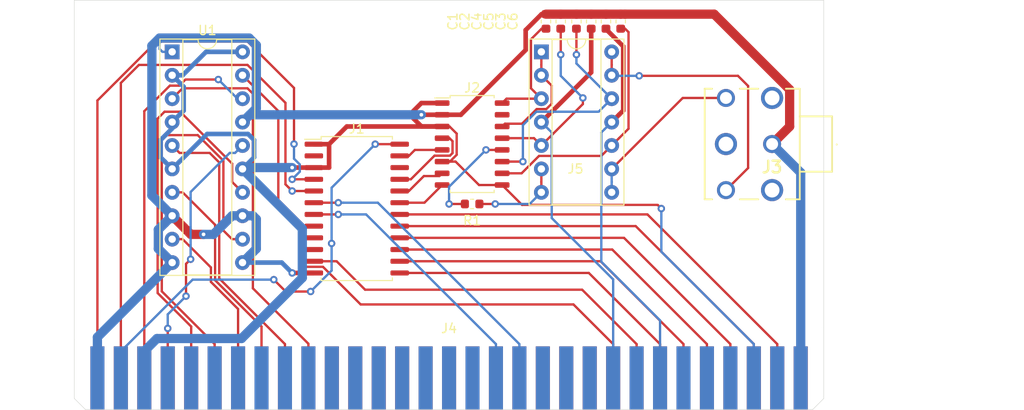
<source format=kicad_pcb>
(kicad_pcb (version 20171130) (host pcbnew "(5.1.5)-3")

  (general
    (thickness 1.6)
    (drawings 8)
    (tracks 397)
    (zones 0)
    (modules 13)
    (nets 40)
  )

  (page A4)
  (layers
    (0 F.Cu signal)
    (31 B.Cu signal)
    (32 B.Adhes user)
    (33 F.Adhes user)
    (34 B.Paste user)
    (35 F.Paste user)
    (36 B.SilkS user)
    (37 F.SilkS user)
    (38 B.Mask user)
    (39 F.Mask user)
    (40 Dwgs.User user)
    (41 Cmts.User user)
    (42 Eco1.User user)
    (43 Eco2.User user)
    (44 Edge.Cuts user)
    (45 Margin user)
    (46 B.CrtYd user)
    (47 F.CrtYd user)
    (48 B.Fab user)
    (49 F.Fab user)
  )

  (setup
    (last_trace_width 0.25)
    (user_trace_width 0.5)
    (user_trace_width 0.9)
    (user_trace_width 1)
    (trace_clearance 0.2)
    (zone_clearance 0.508)
    (zone_45_only no)
    (trace_min 0.2)
    (via_size 0.8)
    (via_drill 0.4)
    (via_min_size 0.4)
    (via_min_drill 0.3)
    (uvia_size 0.3)
    (uvia_drill 0.1)
    (uvias_allowed no)
    (uvia_min_size 0.2)
    (uvia_min_drill 0.1)
    (edge_width 0.05)
    (segment_width 0.2)
    (pcb_text_width 0.3)
    (pcb_text_size 1.5 1.5)
    (mod_edge_width 0.12)
    (mod_text_size 1 1)
    (mod_text_width 0.15)
    (pad_size 1.524 1.524)
    (pad_drill 0.762)
    (pad_to_mask_clearance 0.051)
    (solder_mask_min_width 0.25)
    (aux_axis_origin 0 0)
    (visible_elements 7FFFFFFF)
    (pcbplotparams
      (layerselection 0x010fc_ffffffff)
      (usegerberextensions false)
      (usegerberattributes false)
      (usegerberadvancedattributes false)
      (creategerberjobfile false)
      (excludeedgelayer true)
      (linewidth 0.100000)
      (plotframeref false)
      (viasonmask false)
      (mode 1)
      (useauxorigin false)
      (hpglpennumber 1)
      (hpglpenspeed 20)
      (hpglpendiameter 15.000000)
      (psnegative false)
      (psa4output false)
      (plotreference true)
      (plotvalue true)
      (plotinvisibletext false)
      (padsonsilk false)
      (subtractmaskfromsilk false)
      (outputformat 1)
      (mirror false)
      (drillshape 0)
      (scaleselection 1)
      (outputdirectory "gerber/"))
  )

  (net 0 "")
  (net 1 A0)
  (net 2 A1)
  (net 3 A2)
  (net 4 A3)
  (net 5 A4)
  (net 6 A5)
  (net 7 A6)
  (net 8 A7)
  (net 9 D0)
  (net 10 D1)
  (net 11 D2)
  (net 12 D3)
  (net 13 D4)
  (net 14 D5)
  (net 15 D6)
  (net 16 D7)
  (net 17 GND)
  (net 18 VCC)
  (net 19 ~IOR)
  (net 20 ~IOW)
  (net 21 OSC)
  (net 22 A8)
  (net 23 A9)
  (net 24 ~CS)
  (net 25 DACCLK)
  (net 26 DOAB)
  (net 27 SMPAC)
  (net 28 SMPBD)
  (net 29 CH2)
  (net 30 CH1)
  (net 31 VP)
  (net 32 VM)
  (net 33 CV)
  (net 34 AOUT)
  (net 35 MP)
  (net 36 SWIN)
  (net 37 OUT4)
  (net 38 OUT3)
  (net 39 OUT2)

  (net_class Default "This is the default net class."
    (clearance 0.2)
    (trace_width 0.25)
    (via_dia 0.8)
    (via_drill 0.4)
    (uvia_dia 0.3)
    (uvia_drill 0.1)
    (add_net A0)
    (add_net A1)
    (add_net A2)
    (add_net A3)
    (add_net A4)
    (add_net A5)
    (add_net A6)
    (add_net A7)
    (add_net A8)
    (add_net A9)
    (add_net AOUT)
    (add_net CH1)
    (add_net CH2)
    (add_net CV)
    (add_net D0)
    (add_net D1)
    (add_net D2)
    (add_net D3)
    (add_net D4)
    (add_net D5)
    (add_net D6)
    (add_net D7)
    (add_net DACCLK)
    (add_net DOAB)
    (add_net GND)
    (add_net MP)
    (add_net "Net-(J1-Pad2)")
    (add_net "Net-(J1-Pad22)")
    (add_net "Net-(J1-Pad9)")
    (add_net "Net-(J2-Pad15)")
    (add_net "Net-(J4-Pad11)")
    (add_net "Net-(J4-Pad12)")
    (add_net "Net-(J4-Pad15)")
    (add_net "Net-(J4-Pad16)")
    (add_net "Net-(J4-Pad17)")
    (add_net "Net-(J4-Pad18)")
    (add_net "Net-(J4-Pad19)")
    (add_net "Net-(J4-Pad2)")
    (add_net "Net-(J4-Pad20)")
    (add_net "Net-(J4-Pad21)")
    (add_net "Net-(J4-Pad22)")
    (add_net "Net-(J4-Pad23)")
    (add_net "Net-(J4-Pad24)")
    (add_net "Net-(J4-Pad25)")
    (add_net "Net-(J4-Pad26)")
    (add_net "Net-(J4-Pad27)")
    (add_net "Net-(J4-Pad28)")
    (add_net "Net-(J4-Pad32)")
    (add_net "Net-(J4-Pad4)")
    (add_net "Net-(J4-Pad41)")
    (add_net "Net-(J4-Pad42)")
    (add_net "Net-(J4-Pad43)")
    (add_net "Net-(J4-Pad44)")
    (add_net "Net-(J4-Pad45)")
    (add_net "Net-(J4-Pad46)")
    (add_net "Net-(J4-Pad47)")
    (add_net "Net-(J4-Pad48)")
    (add_net "Net-(J4-Pad49)")
    (add_net "Net-(J4-Pad5)")
    (add_net "Net-(J4-Pad50)")
    (add_net "Net-(J4-Pad51)")
    (add_net "Net-(J4-Pad52)")
    (add_net "Net-(J4-Pad6)")
    (add_net "Net-(J4-Pad8)")
    (add_net OSC)
    (add_net OUT2)
    (add_net OUT3)
    (add_net OUT4)
    (add_net SMPAC)
    (add_net SMPBD)
    (add_net SWIN)
    (add_net VCC)
    (add_net VM)
    (add_net VP)
    (add_net ~CS)
    (add_net ~IOR)
    (add_net ~IOW)
  )

  (module SamacSys_Parts:STX31003N (layer F.Cu) (tedit 0) (tstamp 61387C2B)
    (at 175 95 180)
    (descr STX-3100-3N-1)
    (tags Connector)
    (path /613887D7)
    (fp_text reference J3 (at 0 -2.5) (layer F.SilkS)
      (effects (font (size 1.27 1.27) (thickness 0.254)))
    )
    (fp_text value Conn_02x03_Counter_Clockwise (at 0.4 0) (layer F.SilkS) hide
      (effects (font (size 1.27 1.27) (thickness 0.254)))
    )
    (fp_arc (start -7 -0.05) (end -7 -0.1) (angle -180) (layer F.SilkS) (width 0.1))
    (fp_arc (start -7 -0.05) (end -7 0) (angle -180) (layer F.SilkS) (width 0.1))
    (fp_line (start -7 -0.1) (end -7 -0.1) (layer F.SilkS) (width 0.1))
    (fp_line (start -7 0) (end -7 0) (layer F.SilkS) (width 0.1))
    (fp_line (start 7.3 6) (end 6.5 6) (layer F.SilkS) (width 0.2))
    (fp_line (start 7.3 -6) (end 7.3 6) (layer F.SilkS) (width 0.2))
    (fp_line (start 6.5 -6) (end 7.3 -6) (layer F.SilkS) (width 0.2))
    (fp_line (start 1.5 6) (end 3.5 6) (layer F.SilkS) (width 0.2))
    (fp_line (start 1.5 -6) (end 3.5 -6) (layer F.SilkS) (width 0.2))
    (fp_line (start -3 6) (end -1.5 6) (layer F.SilkS) (width 0.2))
    (fp_line (start -3 -6) (end -3 6) (layer F.SilkS) (width 0.2))
    (fp_line (start -1.5 -6) (end -3 -6) (layer F.SilkS) (width 0.2))
    (fp_line (start -1.5 -6) (end -1.5 -6) (layer F.SilkS) (width 0.2))
    (fp_line (start -6.5 -3) (end -3 -3) (layer F.SilkS) (width 0.2))
    (fp_line (start -6.5 3) (end -6.5 -3) (layer F.SilkS) (width 0.2))
    (fp_line (start -3 3) (end -6.5 3) (layer F.SilkS) (width 0.2))
    (fp_line (start -3 -3) (end -3 -3) (layer F.Fab) (width 0.1))
    (fp_line (start -6.5 -3) (end -3 -3) (layer F.Fab) (width 0.1))
    (fp_line (start -6.5 3) (end -6.5 -3) (layer F.Fab) (width 0.1))
    (fp_line (start -3 3) (end -6.5 3) (layer F.Fab) (width 0.1))
    (fp_line (start -3 3) (end -3 3) (layer F.Fab) (width 0.1))
    (fp_line (start -7.5 7.2) (end -7.5 -7.2) (layer F.CrtYd) (width 0.1))
    (fp_line (start 8.3 7.2) (end -7.5 7.2) (layer F.CrtYd) (width 0.1))
    (fp_line (start 8.3 -7.2) (end 8.3 7.2) (layer F.CrtYd) (width 0.1))
    (fp_line (start -7.5 -7.2) (end 8.3 -7.2) (layer F.CrtYd) (width 0.1))
    (fp_line (start -3 6) (end -3 -6) (layer F.Fab) (width 0.1))
    (fp_line (start 7.3 6) (end -3 6) (layer F.Fab) (width 0.1))
    (fp_line (start 7.3 -6) (end 7.3 6) (layer F.Fab) (width 0.1))
    (fp_line (start -3 -6) (end 7.3 -6) (layer F.Fab) (width 0.1))
    (fp_text user %R (at 0.4 0) (layer F.Fab)
      (effects (font (size 1.27 1.27) (thickness 0.254)))
    )
    (pad MH3 thru_hole circle (at 5 0 180) (size 2.4 2.4) (drill 1.6) (layers *.Cu *.Mask))
    (pad MH2 thru_hole circle (at 0 5 180) (size 2.4 2.4) (drill 1.6) (layers *.Cu *.Mask))
    (pad MH1 thru_hole circle (at 0 -5 180) (size 2.4 2.4) (drill 1.6) (layers *.Cu *.Mask))
    (pad 5 thru_hole circle (at 5 -5 180) (size 1.95 1.95) (drill 1.3) (layers *.Cu *.Mask)
      (net 37 OUT4))
    (pad 2 thru_hole circle (at 5 5 180) (size 1.95 1.95) (drill 1.3) (layers *.Cu *.Mask)
      (net 38 OUT3))
    (pad 1 thru_hole circle (at 0 0 180) (size 1.95 1.95) (drill 1.3) (layers *.Cu *.Mask)
      (net 17 GND))
  )

  (module Package_DIP:DIP-20_W7.62mm_Socket (layer F.Cu) (tedit 5A02E8C5) (tstamp 61387CEF)
    (at 110 85)
    (descr "20-lead though-hole mounted DIP package, row spacing 7.62 mm (300 mils), Socket")
    (tags "THT DIP DIL PDIP 2.54mm 7.62mm 300mil Socket")
    (path /613879CB)
    (fp_text reference U1 (at 3.81 -2.33) (layer F.SilkS)
      (effects (font (size 1 1) (thickness 0.15)))
    )
    (fp_text value 74LS688 (at 3.81 25.19) (layer F.Fab)
      (effects (font (size 1 1) (thickness 0.15)))
    )
    (fp_text user %R (at 3.81 11.43) (layer F.Fab)
      (effects (font (size 1 1) (thickness 0.15)))
    )
    (fp_line (start 9.15 -1.6) (end -1.55 -1.6) (layer F.CrtYd) (width 0.05))
    (fp_line (start 9.15 24.45) (end 9.15 -1.6) (layer F.CrtYd) (width 0.05))
    (fp_line (start -1.55 24.45) (end 9.15 24.45) (layer F.CrtYd) (width 0.05))
    (fp_line (start -1.55 -1.6) (end -1.55 24.45) (layer F.CrtYd) (width 0.05))
    (fp_line (start 8.95 -1.39) (end -1.33 -1.39) (layer F.SilkS) (width 0.12))
    (fp_line (start 8.95 24.25) (end 8.95 -1.39) (layer F.SilkS) (width 0.12))
    (fp_line (start -1.33 24.25) (end 8.95 24.25) (layer F.SilkS) (width 0.12))
    (fp_line (start -1.33 -1.39) (end -1.33 24.25) (layer F.SilkS) (width 0.12))
    (fp_line (start 6.46 -1.33) (end 4.81 -1.33) (layer F.SilkS) (width 0.12))
    (fp_line (start 6.46 24.19) (end 6.46 -1.33) (layer F.SilkS) (width 0.12))
    (fp_line (start 1.16 24.19) (end 6.46 24.19) (layer F.SilkS) (width 0.12))
    (fp_line (start 1.16 -1.33) (end 1.16 24.19) (layer F.SilkS) (width 0.12))
    (fp_line (start 2.81 -1.33) (end 1.16 -1.33) (layer F.SilkS) (width 0.12))
    (fp_line (start 8.89 -1.33) (end -1.27 -1.33) (layer F.Fab) (width 0.1))
    (fp_line (start 8.89 24.19) (end 8.89 -1.33) (layer F.Fab) (width 0.1))
    (fp_line (start -1.27 24.19) (end 8.89 24.19) (layer F.Fab) (width 0.1))
    (fp_line (start -1.27 -1.33) (end -1.27 24.19) (layer F.Fab) (width 0.1))
    (fp_line (start 0.635 -0.27) (end 1.635 -1.27) (layer F.Fab) (width 0.1))
    (fp_line (start 0.635 24.13) (end 0.635 -0.27) (layer F.Fab) (width 0.1))
    (fp_line (start 6.985 24.13) (end 0.635 24.13) (layer F.Fab) (width 0.1))
    (fp_line (start 6.985 -1.27) (end 6.985 24.13) (layer F.Fab) (width 0.1))
    (fp_line (start 1.635 -1.27) (end 6.985 -1.27) (layer F.Fab) (width 0.1))
    (fp_arc (start 3.81 -1.33) (end 2.81 -1.33) (angle -180) (layer F.SilkS) (width 0.12))
    (pad 20 thru_hole oval (at 7.62 0) (size 1.6 1.6) (drill 0.8) (layers *.Cu *.Mask)
      (net 18 VCC))
    (pad 10 thru_hole oval (at 0 22.86) (size 1.6 1.6) (drill 0.8) (layers *.Cu *.Mask)
      (net 17 GND))
    (pad 19 thru_hole oval (at 7.62 2.54) (size 1.6 1.6) (drill 0.8) (layers *.Cu *.Mask)
      (net 24 ~CS))
    (pad 9 thru_hole oval (at 0 20.32) (size 1.6 1.6) (drill 0.8) (layers *.Cu *.Mask)
      (net 7 A6))
    (pad 18 thru_hole oval (at 7.62 5.08) (size 1.6 1.6) (drill 0.8) (layers *.Cu *.Mask)
      (net 3 A2))
    (pad 8 thru_hole oval (at 0 17.78) (size 1.6 1.6) (drill 0.8) (layers *.Cu *.Mask)
      (net 17 GND))
    (pad 17 thru_hole oval (at 7.62 7.62) (size 1.6 1.6) (drill 0.8) (layers *.Cu *.Mask)
      (net 17 GND))
    (pad 7 thru_hole oval (at 0 15.24) (size 1.6 1.6) (drill 0.8) (layers *.Cu *.Mask)
      (net 8 A7))
    (pad 16 thru_hole oval (at 7.62 10.16) (size 1.6 1.6) (drill 0.8) (layers *.Cu *.Mask)
      (net 4 A3))
    (pad 6 thru_hole oval (at 0 12.7) (size 1.6 1.6) (drill 0.8) (layers *.Cu *.Mask)
      (net 18 VCC))
    (pad 15 thru_hole oval (at 7.62 12.7) (size 1.6 1.6) (drill 0.8) (layers *.Cu *.Mask)
      (net 18 VCC))
    (pad 5 thru_hole oval (at 0 10.16) (size 1.6 1.6) (drill 0.8) (layers *.Cu *.Mask)
      (net 22 A8))
    (pad 14 thru_hole oval (at 7.62 15.24) (size 1.6 1.6) (drill 0.8) (layers *.Cu *.Mask)
      (net 5 A4))
    (pad 4 thru_hole oval (at 0 7.62) (size 1.6 1.6) (drill 0.8) (layers *.Cu *.Mask)
      (net 18 VCC))
    (pad 13 thru_hole oval (at 7.62 17.78) (size 1.6 1.6) (drill 0.8) (layers *.Cu *.Mask)
      (net 17 GND))
    (pad 3 thru_hole oval (at 0 5.08) (size 1.6 1.6) (drill 0.8) (layers *.Cu *.Mask)
      (net 23 A9))
    (pad 12 thru_hole oval (at 7.62 20.32) (size 1.6 1.6) (drill 0.8) (layers *.Cu *.Mask)
      (net 6 A5))
    (pad 2 thru_hole oval (at 0 2.54) (size 1.6 1.6) (drill 0.8) (layers *.Cu *.Mask)
      (net 18 VCC))
    (pad 11 thru_hole oval (at 7.62 22.86) (size 1.6 1.6) (drill 0.8) (layers *.Cu *.Mask)
      (net 17 GND))
    (pad 1 thru_hole rect (at 0 0) (size 1.6 1.6) (drill 0.8) (layers *.Cu *.Mask)
      (net 17 GND))
    (model ${KISYS3DMOD}/Package_DIP.3dshapes/DIP-20_W7.62mm_Socket.wrl
      (at (xyz 0 0 0))
      (scale (xyz 1 1 1))
      (rotate (xyz 0 0 0))
    )
  )

  (module Package_SO:SOP-24_7.5x15.4mm_P1.27mm (layer F.Cu) (tedit 5D9F72B1) (tstamp 61387C03)
    (at 130 102)
    (descr "SOP, 24 Pin (http://www.issi.com/WW/pdf/31FL3218.pdf#page=14), generated with kicad-footprint-generator ipc_gullwing_generator.py")
    (tags "SOP SO")
    (path /6138AFAC)
    (attr smd)
    (fp_text reference J1 (at 0 -8.65) (layer F.SilkS)
      (effects (font (size 1 1) (thickness 0.15)))
    )
    (fp_text value Conn_02x12_Counter_Clockwise (at 0 8.65) (layer F.Fab)
      (effects (font (size 1 1) (thickness 0.15)))
    )
    (fp_text user %R (at 0 0) (layer F.Fab)
      (effects (font (size 1 1) (thickness 0.15)))
    )
    (fp_line (start 5.9 -7.95) (end -5.9 -7.95) (layer F.CrtYd) (width 0.05))
    (fp_line (start 5.9 7.95) (end 5.9 -7.95) (layer F.CrtYd) (width 0.05))
    (fp_line (start -5.9 7.95) (end 5.9 7.95) (layer F.CrtYd) (width 0.05))
    (fp_line (start -5.9 -7.95) (end -5.9 7.95) (layer F.CrtYd) (width 0.05))
    (fp_line (start -3.75 -6.7) (end -2.75 -7.7) (layer F.Fab) (width 0.1))
    (fp_line (start -3.75 7.7) (end -3.75 -6.7) (layer F.Fab) (width 0.1))
    (fp_line (start 3.75 7.7) (end -3.75 7.7) (layer F.Fab) (width 0.1))
    (fp_line (start 3.75 -7.7) (end 3.75 7.7) (layer F.Fab) (width 0.1))
    (fp_line (start -2.75 -7.7) (end 3.75 -7.7) (layer F.Fab) (width 0.1))
    (fp_line (start -3.86 -7.52) (end -5.65 -7.52) (layer F.SilkS) (width 0.12))
    (fp_line (start -3.86 -7.81) (end -3.86 -7.52) (layer F.SilkS) (width 0.12))
    (fp_line (start 0 -7.81) (end -3.86 -7.81) (layer F.SilkS) (width 0.12))
    (fp_line (start 3.86 -7.81) (end 3.86 -7.52) (layer F.SilkS) (width 0.12))
    (fp_line (start 0 -7.81) (end 3.86 -7.81) (layer F.SilkS) (width 0.12))
    (fp_line (start -3.86 7.81) (end -3.86 7.52) (layer F.SilkS) (width 0.12))
    (fp_line (start 0 7.81) (end -3.86 7.81) (layer F.SilkS) (width 0.12))
    (fp_line (start 3.86 7.81) (end 3.86 7.52) (layer F.SilkS) (width 0.12))
    (fp_line (start 0 7.81) (end 3.86 7.81) (layer F.SilkS) (width 0.12))
    (pad 24 smd roundrect (at 4.65 -6.985) (size 2 0.55) (layers F.Cu F.Paste F.Mask) (roundrect_rratio 0.25)
      (net 21 OSC))
    (pad 23 smd roundrect (at 4.65 -5.715) (size 2 0.55) (layers F.Cu F.Paste F.Mask) (roundrect_rratio 0.25)
      (net 25 DACCLK))
    (pad 22 smd roundrect (at 4.65 -4.445) (size 2 0.55) (layers F.Cu F.Paste F.Mask) (roundrect_rratio 0.25))
    (pad 21 smd roundrect (at 4.65 -3.175) (size 2 0.55) (layers F.Cu F.Paste F.Mask) (roundrect_rratio 0.25)
      (net 26 DOAB))
    (pad 20 smd roundrect (at 4.65 -1.905) (size 2 0.55) (layers F.Cu F.Paste F.Mask) (roundrect_rratio 0.25)
      (net 27 SMPAC))
    (pad 19 smd roundrect (at 4.65 -0.635) (size 2 0.55) (layers F.Cu F.Paste F.Mask) (roundrect_rratio 0.25)
      (net 28 SMPBD))
    (pad 18 smd roundrect (at 4.65 0.635) (size 2 0.55) (layers F.Cu F.Paste F.Mask) (roundrect_rratio 0.25)
      (net 16 D7))
    (pad 17 smd roundrect (at 4.65 1.905) (size 2 0.55) (layers F.Cu F.Paste F.Mask) (roundrect_rratio 0.25)
      (net 15 D6))
    (pad 16 smd roundrect (at 4.65 3.175) (size 2 0.55) (layers F.Cu F.Paste F.Mask) (roundrect_rratio 0.25)
      (net 14 D5))
    (pad 15 smd roundrect (at 4.65 4.445) (size 2 0.55) (layers F.Cu F.Paste F.Mask) (roundrect_rratio 0.25)
      (net 13 D4))
    (pad 14 smd roundrect (at 4.65 5.715) (size 2 0.55) (layers F.Cu F.Paste F.Mask) (roundrect_rratio 0.25)
      (net 12 D3))
    (pad 13 smd roundrect (at 4.65 6.985) (size 2 0.55) (layers F.Cu F.Paste F.Mask) (roundrect_rratio 0.25)
      (net 11 D2))
    (pad 12 smd roundrect (at -4.65 6.985) (size 2 0.55) (layers F.Cu F.Paste F.Mask) (roundrect_rratio 0.25)
      (net 17 GND))
    (pad 11 smd roundrect (at -4.65 5.715) (size 2 0.55) (layers F.Cu F.Paste F.Mask) (roundrect_rratio 0.25)
      (net 10 D1))
    (pad 10 smd roundrect (at -4.65 4.445) (size 2 0.55) (layers F.Cu F.Paste F.Mask) (roundrect_rratio 0.25)
      (net 9 D0))
    (pad 9 smd roundrect (at -4.65 3.175) (size 2 0.55) (layers F.Cu F.Paste F.Mask) (roundrect_rratio 0.25))
    (pad 8 smd roundrect (at -4.65 1.905) (size 2 0.55) (layers F.Cu F.Paste F.Mask) (roundrect_rratio 0.25)
      (net 24 ~CS))
    (pad 7 smd roundrect (at -4.65 0.635) (size 2 0.55) (layers F.Cu F.Paste F.Mask) (roundrect_rratio 0.25)
      (net 19 ~IOR))
    (pad 6 smd roundrect (at -4.65 -0.635) (size 2 0.55) (layers F.Cu F.Paste F.Mask) (roundrect_rratio 0.25)
      (net 20 ~IOW))
    (pad 5 smd roundrect (at -4.65 -1.905) (size 2 0.55) (layers F.Cu F.Paste F.Mask) (roundrect_rratio 0.25)
      (net 2 A1))
    (pad 4 smd roundrect (at -4.65 -3.175) (size 2 0.55) (layers F.Cu F.Paste F.Mask) (roundrect_rratio 0.25)
      (net 1 A0))
    (pad 3 smd roundrect (at -4.65 -4.445) (size 2 0.55) (layers F.Cu F.Paste F.Mask) (roundrect_rratio 0.25)
      (net 18 VCC))
    (pad 2 smd roundrect (at -4.65 -5.715) (size 2 0.55) (layers F.Cu F.Paste F.Mask) (roundrect_rratio 0.25))
    (pad 1 smd roundrect (at -4.65 -6.985) (size 2 0.55) (layers F.Cu F.Paste F.Mask) (roundrect_rratio 0.25)
      (net 18 VCC))
    (model ${KISYS3DMOD}/Package_SO.3dshapes/SOP-24_7.5x15.4mm_P1.27mm.wrl
      (at (xyz 0 0 0))
      (scale (xyz 1 1 1))
      (rotate (xyz 0 0 0))
    )
  )

  (module Resistor_SMD:R_0603_1608Metric (layer F.Cu) (tedit 5B301BBD) (tstamp 6138A2E4)
    (at 142.5 101.5)
    (descr "Resistor SMD 0603 (1608 Metric), square (rectangular) end terminal, IPC_7351 nominal, (Body size source: http://www.tortai-tech.com/upload/download/2011102023233369053.pdf), generated with kicad-footprint-generator")
    (tags resistor)
    (path /6138F434)
    (attr smd)
    (fp_text reference R1 (at 0 1.8) (layer F.SilkS)
      (effects (font (size 1 1) (thickness 0.15)))
    )
    (fp_text value 33 (at 0 1.43) (layer F.Fab)
      (effects (font (size 1 1) (thickness 0.15)))
    )
    (fp_text user %R (at 0 0) (layer F.Fab)
      (effects (font (size 0.4 0.4) (thickness 0.06)))
    )
    (fp_line (start 1.48 0.73) (end -1.48 0.73) (layer F.CrtYd) (width 0.05))
    (fp_line (start 1.48 -0.73) (end 1.48 0.73) (layer F.CrtYd) (width 0.05))
    (fp_line (start -1.48 -0.73) (end 1.48 -0.73) (layer F.CrtYd) (width 0.05))
    (fp_line (start -1.48 0.73) (end -1.48 -0.73) (layer F.CrtYd) (width 0.05))
    (fp_line (start -0.162779 0.51) (end 0.162779 0.51) (layer F.SilkS) (width 0.12))
    (fp_line (start -0.162779 -0.51) (end 0.162779 -0.51) (layer F.SilkS) (width 0.12))
    (fp_line (start 0.8 0.4) (end -0.8 0.4) (layer F.Fab) (width 0.1))
    (fp_line (start 0.8 -0.4) (end 0.8 0.4) (layer F.Fab) (width 0.1))
    (fp_line (start -0.8 -0.4) (end 0.8 -0.4) (layer F.Fab) (width 0.1))
    (fp_line (start -0.8 0.4) (end -0.8 -0.4) (layer F.Fab) (width 0.1))
    (pad 2 smd roundrect (at 0.7875 0) (size 0.875 0.95) (layers F.Cu F.Paste F.Mask) (roundrect_rratio 0.25)
      (net 39 OUT2))
    (pad 1 smd roundrect (at -0.7875 0) (size 0.875 0.95) (layers F.Cu F.Paste F.Mask) (roundrect_rratio 0.25)
      (net 36 SWIN))
    (model ${KISYS3DMOD}/Resistor_SMD.3dshapes/R_0603_1608Metric.wrl
      (at (xyz 0 0 0))
      (scale (xyz 1 1 1))
      (rotate (xyz 0 0 0))
    )
  )

  (module Capacitor_SMD:C_0603_1608Metric (layer F.Cu) (tedit 5B301BBE) (tstamp 6138A0FB)
    (at 157 81.7 270)
    (descr "Capacitor SMD 0603 (1608 Metric), square (rectangular) end terminal, IPC_7351 nominal, (Body size source: http://www.tortai-tech.com/upload/download/2011102023233369053.pdf), generated with kicad-footprint-generator")
    (tags capacitor)
    (path /61392D99)
    (attr smd)
    (fp_text reference C6 (at 0 10.1 90) (layer F.SilkS)
      (effects (font (size 1 1) (thickness 0.15)))
    )
    (fp_text value 10uF (at 0 1.43 90) (layer F.Fab)
      (effects (font (size 1 1) (thickness 0.15)))
    )
    (fp_text user %R (at 0 0 90) (layer F.Fab)
      (effects (font (size 0.4 0.4) (thickness 0.06)))
    )
    (fp_line (start 1.48 0.73) (end -1.48 0.73) (layer F.CrtYd) (width 0.05))
    (fp_line (start 1.48 -0.73) (end 1.48 0.73) (layer F.CrtYd) (width 0.05))
    (fp_line (start -1.48 -0.73) (end 1.48 -0.73) (layer F.CrtYd) (width 0.05))
    (fp_line (start -1.48 0.73) (end -1.48 -0.73) (layer F.CrtYd) (width 0.05))
    (fp_line (start -0.162779 0.51) (end 0.162779 0.51) (layer F.SilkS) (width 0.12))
    (fp_line (start -0.162779 -0.51) (end 0.162779 -0.51) (layer F.SilkS) (width 0.12))
    (fp_line (start 0.8 0.4) (end -0.8 0.4) (layer F.Fab) (width 0.1))
    (fp_line (start 0.8 -0.4) (end 0.8 0.4) (layer F.Fab) (width 0.1))
    (fp_line (start -0.8 -0.4) (end 0.8 -0.4) (layer F.Fab) (width 0.1))
    (fp_line (start -0.8 0.4) (end -0.8 -0.4) (layer F.Fab) (width 0.1))
    (pad 2 smd roundrect (at 0.7875 0 270) (size 0.875 0.95) (layers F.Cu F.Paste F.Mask) (roundrect_rratio 0.25)
      (net 32 VM))
    (pad 1 smd roundrect (at -0.7875 0 270) (size 0.875 0.95) (layers F.Cu F.Paste F.Mask) (roundrect_rratio 0.25)
      (net 17 GND))
    (model ${KISYS3DMOD}/Capacitor_SMD.3dshapes/C_0603_1608Metric.wrl
      (at (xyz 0 0 0))
      (scale (xyz 1 1 1))
      (rotate (xyz 0 0 0))
    )
  )

  (module Capacitor_SMD:C_0603_1608Metric (layer F.Cu) (tedit 5B301BBE) (tstamp 6138A0EA)
    (at 155.4 81.7 90)
    (descr "Capacitor SMD 0603 (1608 Metric), square (rectangular) end terminal, IPC_7351 nominal, (Body size source: http://www.tortai-tech.com/upload/download/2011102023233369053.pdf), generated with kicad-footprint-generator")
    (tags capacitor)
    (path /6139251A)
    (attr smd)
    (fp_text reference C5 (at 0 -11.1 90) (layer F.SilkS)
      (effects (font (size 1 1) (thickness 0.15)))
    )
    (fp_text value 10uF (at 0 1.43 90) (layer F.Fab)
      (effects (font (size 1 1) (thickness 0.15)))
    )
    (fp_text user %R (at 0 0 90) (layer F.Fab)
      (effects (font (size 0.4 0.4) (thickness 0.06)))
    )
    (fp_line (start 1.48 0.73) (end -1.48 0.73) (layer F.CrtYd) (width 0.05))
    (fp_line (start 1.48 -0.73) (end 1.48 0.73) (layer F.CrtYd) (width 0.05))
    (fp_line (start -1.48 -0.73) (end 1.48 -0.73) (layer F.CrtYd) (width 0.05))
    (fp_line (start -1.48 0.73) (end -1.48 -0.73) (layer F.CrtYd) (width 0.05))
    (fp_line (start -0.162779 0.51) (end 0.162779 0.51) (layer F.SilkS) (width 0.12))
    (fp_line (start -0.162779 -0.51) (end 0.162779 -0.51) (layer F.SilkS) (width 0.12))
    (fp_line (start 0.8 0.4) (end -0.8 0.4) (layer F.Fab) (width 0.1))
    (fp_line (start 0.8 -0.4) (end 0.8 0.4) (layer F.Fab) (width 0.1))
    (fp_line (start -0.8 -0.4) (end 0.8 -0.4) (layer F.Fab) (width 0.1))
    (fp_line (start -0.8 0.4) (end -0.8 -0.4) (layer F.Fab) (width 0.1))
    (pad 2 smd roundrect (at 0.7875 0 90) (size 0.875 0.95) (layers F.Cu F.Paste F.Mask) (roundrect_rratio 0.25)
      (net 17 GND))
    (pad 1 smd roundrect (at -0.7875 0 90) (size 0.875 0.95) (layers F.Cu F.Paste F.Mask) (roundrect_rratio 0.25)
      (net 31 VP))
    (model ${KISYS3DMOD}/Capacitor_SMD.3dshapes/C_0603_1608Metric.wrl
      (at (xyz 0 0 0))
      (scale (xyz 1 1 1))
      (rotate (xyz 0 0 0))
    )
  )

  (module Capacitor_SMD:C_0603_1608Metric (layer F.Cu) (tedit 5B301BBE) (tstamp 6138A0D9)
    (at 153.8 81.7 90)
    (descr "Capacitor SMD 0603 (1608 Metric), square (rectangular) end terminal, IPC_7351 nominal, (Body size source: http://www.tortai-tech.com/upload/download/2011102023233369053.pdf), generated with kicad-footprint-generator")
    (tags capacitor)
    (path /61391B13)
    (attr smd)
    (fp_text reference C4 (at 0 -10.8 90) (layer F.SilkS)
      (effects (font (size 1 1) (thickness 0.15)))
    )
    (fp_text value 2.7nF (at 0 1.43 90) (layer F.Fab)
      (effects (font (size 1 1) (thickness 0.15)))
    )
    (fp_text user %R (at 0 0 90) (layer F.Fab)
      (effects (font (size 0.4 0.4) (thickness 0.06)))
    )
    (fp_line (start 1.48 0.73) (end -1.48 0.73) (layer F.CrtYd) (width 0.05))
    (fp_line (start 1.48 -0.73) (end 1.48 0.73) (layer F.CrtYd) (width 0.05))
    (fp_line (start -1.48 -0.73) (end 1.48 -0.73) (layer F.CrtYd) (width 0.05))
    (fp_line (start -1.48 0.73) (end -1.48 -0.73) (layer F.CrtYd) (width 0.05))
    (fp_line (start -0.162779 0.51) (end 0.162779 0.51) (layer F.SilkS) (width 0.12))
    (fp_line (start -0.162779 -0.51) (end 0.162779 -0.51) (layer F.SilkS) (width 0.12))
    (fp_line (start 0.8 0.4) (end -0.8 0.4) (layer F.Fab) (width 0.1))
    (fp_line (start 0.8 -0.4) (end 0.8 0.4) (layer F.Fab) (width 0.1))
    (fp_line (start -0.8 -0.4) (end 0.8 -0.4) (layer F.Fab) (width 0.1))
    (fp_line (start -0.8 0.4) (end -0.8 -0.4) (layer F.Fab) (width 0.1))
    (pad 2 smd roundrect (at 0.7875 0 90) (size 0.875 0.95) (layers F.Cu F.Paste F.Mask) (roundrect_rratio 0.25)
      (net 17 GND))
    (pad 1 smd roundrect (at -0.7875 0 90) (size 0.875 0.95) (layers F.Cu F.Paste F.Mask) (roundrect_rratio 0.25)
      (net 29 CH2))
    (model ${KISYS3DMOD}/Capacitor_SMD.3dshapes/C_0603_1608Metric.wrl
      (at (xyz 0 0 0))
      (scale (xyz 1 1 1))
      (rotate (xyz 0 0 0))
    )
  )

  (module Capacitor_SMD:C_0603_1608Metric (layer F.Cu) (tedit 5B301BBE) (tstamp 6138A0C8)
    (at 158.6 81.7 90)
    (descr "Capacitor SMD 0603 (1608 Metric), square (rectangular) end terminal, IPC_7351 nominal, (Body size source: http://www.tortai-tech.com/upload/download/2011102023233369053.pdf), generated with kicad-footprint-generator")
    (tags capacitor)
    (path /6139164A)
    (attr smd)
    (fp_text reference C3 (at 0 -13 90) (layer F.SilkS)
      (effects (font (size 1 1) (thickness 0.15)))
    )
    (fp_text value 2.7nF (at 0 1.43 90) (layer F.Fab)
      (effects (font (size 1 1) (thickness 0.15)))
    )
    (fp_text user %R (at 0 0 90) (layer F.Fab)
      (effects (font (size 0.4 0.4) (thickness 0.06)))
    )
    (fp_line (start 1.48 0.73) (end -1.48 0.73) (layer F.CrtYd) (width 0.05))
    (fp_line (start 1.48 -0.73) (end 1.48 0.73) (layer F.CrtYd) (width 0.05))
    (fp_line (start -1.48 -0.73) (end 1.48 -0.73) (layer F.CrtYd) (width 0.05))
    (fp_line (start -1.48 0.73) (end -1.48 -0.73) (layer F.CrtYd) (width 0.05))
    (fp_line (start -0.162779 0.51) (end 0.162779 0.51) (layer F.SilkS) (width 0.12))
    (fp_line (start -0.162779 -0.51) (end 0.162779 -0.51) (layer F.SilkS) (width 0.12))
    (fp_line (start 0.8 0.4) (end -0.8 0.4) (layer F.Fab) (width 0.1))
    (fp_line (start 0.8 -0.4) (end 0.8 0.4) (layer F.Fab) (width 0.1))
    (fp_line (start -0.8 -0.4) (end 0.8 -0.4) (layer F.Fab) (width 0.1))
    (fp_line (start -0.8 0.4) (end -0.8 -0.4) (layer F.Fab) (width 0.1))
    (pad 2 smd roundrect (at 0.7875 0 90) (size 0.875 0.95) (layers F.Cu F.Paste F.Mask) (roundrect_rratio 0.25)
      (net 17 GND))
    (pad 1 smd roundrect (at -0.7875 0 90) (size 0.875 0.95) (layers F.Cu F.Paste F.Mask) (roundrect_rratio 0.25)
      (net 30 CH1))
    (model ${KISYS3DMOD}/Capacitor_SMD.3dshapes/C_0603_1608Metric.wrl
      (at (xyz 0 0 0))
      (scale (xyz 1 1 1))
      (rotate (xyz 0 0 0))
    )
  )

  (module Capacitor_SMD:C_0603_1608Metric (layer F.Cu) (tedit 5B301BBE) (tstamp 6138A0B7)
    (at 152.1 81.7 90)
    (descr "Capacitor SMD 0603 (1608 Metric), square (rectangular) end terminal, IPC_7351 nominal, (Body size source: http://www.tortai-tech.com/upload/download/2011102023233369053.pdf), generated with kicad-footprint-generator")
    (tags capacitor)
    (path /61390916)
    (attr smd)
    (fp_text reference C2 (at 0 -10.4 90) (layer F.SilkS)
      (effects (font (size 1 1) (thickness 0.15)))
    )
    (fp_text value 52pF (at 0 1.43 90) (layer F.Fab)
      (effects (font (size 1 1) (thickness 0.15)))
    )
    (fp_text user %R (at 0 0 90) (layer F.Fab)
      (effects (font (size 0.4 0.4) (thickness 0.06)))
    )
    (fp_line (start 1.48 0.73) (end -1.48 0.73) (layer F.CrtYd) (width 0.05))
    (fp_line (start 1.48 -0.73) (end 1.48 0.73) (layer F.CrtYd) (width 0.05))
    (fp_line (start -1.48 -0.73) (end 1.48 -0.73) (layer F.CrtYd) (width 0.05))
    (fp_line (start -1.48 0.73) (end -1.48 -0.73) (layer F.CrtYd) (width 0.05))
    (fp_line (start -0.162779 0.51) (end 0.162779 0.51) (layer F.SilkS) (width 0.12))
    (fp_line (start -0.162779 -0.51) (end 0.162779 -0.51) (layer F.SilkS) (width 0.12))
    (fp_line (start 0.8 0.4) (end -0.8 0.4) (layer F.Fab) (width 0.1))
    (fp_line (start 0.8 -0.4) (end 0.8 0.4) (layer F.Fab) (width 0.1))
    (fp_line (start -0.8 -0.4) (end 0.8 -0.4) (layer F.Fab) (width 0.1))
    (fp_line (start -0.8 0.4) (end -0.8 -0.4) (layer F.Fab) (width 0.1))
    (pad 2 smd roundrect (at 0.7875 0 90) (size 0.875 0.95) (layers F.Cu F.Paste F.Mask) (roundrect_rratio 0.25)
      (net 17 GND))
    (pad 1 smd roundrect (at -0.7875 0 90) (size 0.875 0.95) (layers F.Cu F.Paste F.Mask) (roundrect_rratio 0.25)
      (net 34 AOUT))
    (model ${KISYS3DMOD}/Capacitor_SMD.3dshapes/C_0603_1608Metric.wrl
      (at (xyz 0 0 0))
      (scale (xyz 1 1 1))
      (rotate (xyz 0 0 0))
    )
  )

  (module Capacitor_SMD:C_0603_1608Metric (layer F.Cu) (tedit 5B301BBE) (tstamp 6138A0A6)
    (at 150.5 81.7 90)
    (descr "Capacitor SMD 0603 (1608 Metric), square (rectangular) end terminal, IPC_7351 nominal, (Body size source: http://www.tortai-tech.com/upload/download/2011102023233369053.pdf), generated with kicad-footprint-generator")
    (tags capacitor)
    (path /6138F966)
    (attr smd)
    (fp_text reference C1 (at 0 -10.1 90) (layer F.SilkS)
      (effects (font (size 1 1) (thickness 0.15)))
    )
    (fp_text value 10uF (at 0 1.43 90) (layer F.Fab)
      (effects (font (size 1 1) (thickness 0.15)))
    )
    (fp_text user %R (at 0 0 90) (layer F.Fab)
      (effects (font (size 0.4 0.4) (thickness 0.06)))
    )
    (fp_line (start 1.48 0.73) (end -1.48 0.73) (layer F.CrtYd) (width 0.05))
    (fp_line (start 1.48 -0.73) (end 1.48 0.73) (layer F.CrtYd) (width 0.05))
    (fp_line (start -1.48 -0.73) (end 1.48 -0.73) (layer F.CrtYd) (width 0.05))
    (fp_line (start -1.48 0.73) (end -1.48 -0.73) (layer F.CrtYd) (width 0.05))
    (fp_line (start -0.162779 0.51) (end 0.162779 0.51) (layer F.SilkS) (width 0.12))
    (fp_line (start -0.162779 -0.51) (end 0.162779 -0.51) (layer F.SilkS) (width 0.12))
    (fp_line (start 0.8 0.4) (end -0.8 0.4) (layer F.Fab) (width 0.1))
    (fp_line (start 0.8 -0.4) (end 0.8 0.4) (layer F.Fab) (width 0.1))
    (fp_line (start -0.8 -0.4) (end 0.8 -0.4) (layer F.Fab) (width 0.1))
    (fp_line (start -0.8 0.4) (end -0.8 -0.4) (layer F.Fab) (width 0.1))
    (pad 2 smd roundrect (at 0.7875 0 90) (size 0.875 0.95) (layers F.Cu F.Paste F.Mask) (roundrect_rratio 0.25)
      (net 17 GND))
    (pad 1 smd roundrect (at -0.7875 0 90) (size 0.875 0.95) (layers F.Cu F.Paste F.Mask) (roundrect_rratio 0.25)
      (net 33 CV))
    (model ${KISYS3DMOD}/Capacitor_SMD.3dshapes/C_0603_1608Metric.wrl
      (at (xyz 0 0 0))
      (scale (xyz 1 1 1))
      (rotate (xyz 0 0 0))
    )
  )

  (module Package_DIP:DIP-14_W7.62mm_Socket (layer F.Cu) (tedit 5A02E8C5) (tstamp 6139178B)
    (at 150 85)
    (descr "14-lead though-hole mounted DIP package, row spacing 7.62 mm (300 mils), Socket")
    (tags "THT DIP DIL PDIP 2.54mm 7.62mm 300mil Socket")
    (path /6138BBC7)
    (fp_text reference J5 (at 3.7 12.7) (layer F.SilkS)
      (effects (font (size 1 1) (thickness 0.15)))
    )
    (fp_text value Conn_02x07_Counter_Clockwise (at 3.81 17.57) (layer F.Fab)
      (effects (font (size 1 1) (thickness 0.15)))
    )
    (fp_text user %R (at 3.81 7.62) (layer F.Fab)
      (effects (font (size 1 1) (thickness 0.15)))
    )
    (fp_line (start 9.15 -1.6) (end -1.55 -1.6) (layer F.CrtYd) (width 0.05))
    (fp_line (start 9.15 16.85) (end 9.15 -1.6) (layer F.CrtYd) (width 0.05))
    (fp_line (start -1.55 16.85) (end 9.15 16.85) (layer F.CrtYd) (width 0.05))
    (fp_line (start -1.55 -1.6) (end -1.55 16.85) (layer F.CrtYd) (width 0.05))
    (fp_line (start 8.95 -1.39) (end -1.33 -1.39) (layer F.SilkS) (width 0.12))
    (fp_line (start 8.95 16.63) (end 8.95 -1.39) (layer F.SilkS) (width 0.12))
    (fp_line (start -1.33 16.63) (end 8.95 16.63) (layer F.SilkS) (width 0.12))
    (fp_line (start -1.33 -1.39) (end -1.33 16.63) (layer F.SilkS) (width 0.12))
    (fp_line (start 6.46 -1.33) (end 4.81 -1.33) (layer F.SilkS) (width 0.12))
    (fp_line (start 6.46 16.57) (end 6.46 -1.33) (layer F.SilkS) (width 0.12))
    (fp_line (start 1.16 16.57) (end 6.46 16.57) (layer F.SilkS) (width 0.12))
    (fp_line (start 1.16 -1.33) (end 1.16 16.57) (layer F.SilkS) (width 0.12))
    (fp_line (start 2.81 -1.33) (end 1.16 -1.33) (layer F.SilkS) (width 0.12))
    (fp_line (start 8.89 -1.33) (end -1.27 -1.33) (layer F.Fab) (width 0.1))
    (fp_line (start 8.89 16.57) (end 8.89 -1.33) (layer F.Fab) (width 0.1))
    (fp_line (start -1.27 16.57) (end 8.89 16.57) (layer F.Fab) (width 0.1))
    (fp_line (start -1.27 -1.33) (end -1.27 16.57) (layer F.Fab) (width 0.1))
    (fp_line (start 0.635 -0.27) (end 1.635 -1.27) (layer F.Fab) (width 0.1))
    (fp_line (start 0.635 16.51) (end 0.635 -0.27) (layer F.Fab) (width 0.1))
    (fp_line (start 6.985 16.51) (end 0.635 16.51) (layer F.Fab) (width 0.1))
    (fp_line (start 6.985 -1.27) (end 6.985 16.51) (layer F.Fab) (width 0.1))
    (fp_line (start 1.635 -1.27) (end 6.985 -1.27) (layer F.Fab) (width 0.1))
    (fp_arc (start 3.81 -1.33) (end 2.81 -1.33) (angle -180) (layer F.SilkS) (width 0.12))
    (pad 14 thru_hole oval (at 7.62 0) (size 1.6 1.6) (drill 0.8) (layers *.Cu *.Mask)
      (net 37 OUT4))
    (pad 7 thru_hole oval (at 0 15.24) (size 1.6 1.6) (drill 0.8) (layers *.Cu *.Mask)
      (net 39 OUT2))
    (pad 13 thru_hole oval (at 7.62 2.54) (size 1.6 1.6) (drill 0.8) (layers *.Cu *.Mask)
      (net 37 OUT4))
    (pad 6 thru_hole oval (at 0 12.7) (size 1.6 1.6) (drill 0.8) (layers *.Cu *.Mask)
      (net 39 OUT2))
    (pad 12 thru_hole oval (at 7.62 5.08) (size 1.6 1.6) (drill 0.8) (layers *.Cu *.Mask)
      (net 29 CH2))
    (pad 5 thru_hole oval (at 0 10.16) (size 1.6 1.6) (drill 0.8) (layers *.Cu *.Mask)
      (net 34 AOUT))
    (pad 11 thru_hole oval (at 7.62 7.62) (size 1.6 1.6) (drill 0.8) (layers *.Cu *.Mask)
      (net 32 VM))
    (pad 4 thru_hole oval (at 0 7.62) (size 1.6 1.6) (drill 0.8) (layers *.Cu *.Mask)
      (net 31 VP))
    (pad 10 thru_hole oval (at 7.62 10.16) (size 1.6 1.6) (drill 0.8) (layers *.Cu *.Mask)
      (net 30 CH1))
    (pad 3 thru_hole oval (at 0 5.08) (size 1.6 1.6) (drill 0.8) (layers *.Cu *.Mask)
      (net 33 CV))
    (pad 9 thru_hole oval (at 7.62 12.7) (size 1.6 1.6) (drill 0.8) (layers *.Cu *.Mask)
      (net 38 OUT3))
    (pad 2 thru_hole oval (at 0 2.54) (size 1.6 1.6) (drill 0.8) (layers *.Cu *.Mask)
      (net 35 MP))
    (pad 8 thru_hole oval (at 7.62 15.24) (size 1.6 1.6) (drill 0.8) (layers *.Cu *.Mask)
      (net 38 OUT3))
    (pad 1 thru_hole rect (at 0 0) (size 1.6 1.6) (drill 0.8) (layers *.Cu *.Mask)
      (net 35 MP))
    (model ${KISYS3DMOD}/Package_DIP.3dshapes/DIP-14_W7.62mm_Socket.wrl
      (at (xyz 0 0 0))
      (scale (xyz 1 1 1))
      (rotate (xyz 0 0 0))
    )
  )

  (module Package_SO:SOP-16_4.55x10.3mm_P1.27mm (layer F.Cu) (tedit 5D9F72B1) (tstamp 613889F6)
    (at 142.5 95)
    (descr "SOP, 16 Pin (https://toshiba.semicon-storage.com/info/docget.jsp?did=12855&prodName=TLP290-4), generated with kicad-footprint-generator ipc_gullwing_generator.py")
    (tags "SOP SO")
    (path /61390151)
    (attr smd)
    (fp_text reference J2 (at 0 -6.1) (layer F.SilkS)
      (effects (font (size 1 1) (thickness 0.15)))
    )
    (fp_text value Conn_02x08_Counter_Clockwise (at 0 6.1) (layer F.Fab)
      (effects (font (size 1 1) (thickness 0.15)))
    )
    (fp_text user %R (at 0 0) (layer F.Fab)
      (effects (font (size 1 1) (thickness 0.15)))
    )
    (fp_line (start 4.3 -5.4) (end -4.3 -5.4) (layer F.CrtYd) (width 0.05))
    (fp_line (start 4.3 5.4) (end 4.3 -5.4) (layer F.CrtYd) (width 0.05))
    (fp_line (start -4.3 5.4) (end 4.3 5.4) (layer F.CrtYd) (width 0.05))
    (fp_line (start -4.3 -5.4) (end -4.3 5.4) (layer F.CrtYd) (width 0.05))
    (fp_line (start -2.275 -4.15) (end -1.275 -5.15) (layer F.Fab) (width 0.1))
    (fp_line (start -2.275 5.15) (end -2.275 -4.15) (layer F.Fab) (width 0.1))
    (fp_line (start 2.275 5.15) (end -2.275 5.15) (layer F.Fab) (width 0.1))
    (fp_line (start 2.275 -5.15) (end 2.275 5.15) (layer F.Fab) (width 0.1))
    (fp_line (start -1.275 -5.15) (end 2.275 -5.15) (layer F.Fab) (width 0.1))
    (fp_line (start -2.385 -5.005) (end -4.05 -5.005) (layer F.SilkS) (width 0.12))
    (fp_line (start -2.385 -5.26) (end -2.385 -5.005) (layer F.SilkS) (width 0.12))
    (fp_line (start 0 -5.26) (end -2.385 -5.26) (layer F.SilkS) (width 0.12))
    (fp_line (start 2.385 -5.26) (end 2.385 -5.005) (layer F.SilkS) (width 0.12))
    (fp_line (start 0 -5.26) (end 2.385 -5.26) (layer F.SilkS) (width 0.12))
    (fp_line (start -2.385 5.26) (end -2.385 5.005) (layer F.SilkS) (width 0.12))
    (fp_line (start 0 5.26) (end -2.385 5.26) (layer F.SilkS) (width 0.12))
    (fp_line (start 2.385 5.26) (end 2.385 5.005) (layer F.SilkS) (width 0.12))
    (fp_line (start 0 5.26) (end 2.385 5.26) (layer F.SilkS) (width 0.12))
    (pad 16 smd roundrect (at 3.25 -4.445) (size 1.6 0.6) (layers F.Cu F.Paste F.Mask) (roundrect_rratio 0.25)
      (net 33 CV))
    (pad 15 smd roundrect (at 3.25 -3.175) (size 1.6 0.6) (layers F.Cu F.Paste F.Mask) (roundrect_rratio 0.25))
    (pad 14 smd roundrect (at 3.25 -1.905) (size 1.6 0.6) (layers F.Cu F.Paste F.Mask) (roundrect_rratio 0.25)
      (net 35 MP))
    (pad 13 smd roundrect (at 3.25 -0.635) (size 1.6 0.6) (layers F.Cu F.Paste F.Mask) (roundrect_rratio 0.25)
      (net 34 AOUT))
    (pad 12 smd roundrect (at 3.25 0.635) (size 1.6 0.6) (layers F.Cu F.Paste F.Mask) (roundrect_rratio 0.25)
      (net 36 SWIN))
    (pad 11 smd roundrect (at 3.25 1.905) (size 1.6 0.6) (layers F.Cu F.Paste F.Mask) (roundrect_rratio 0.25)
      (net 29 CH2))
    (pad 10 smd roundrect (at 3.25 3.175) (size 1.6 0.6) (layers F.Cu F.Paste F.Mask) (roundrect_rratio 0.25)
      (net 30 CH1))
    (pad 9 smd roundrect (at 3.25 4.445) (size 1.6 0.6) (layers F.Cu F.Paste F.Mask) (roundrect_rratio 0.25)
      (net 18 VCC))
    (pad 8 smd roundrect (at -3.25 4.445) (size 1.6 0.6) (layers F.Cu F.Paste F.Mask) (roundrect_rratio 0.25)
      (net 28 SMPBD))
    (pad 7 smd roundrect (at -3.25 3.175) (size 1.6 0.6) (layers F.Cu F.Paste F.Mask) (roundrect_rratio 0.25)
      (net 27 SMPAC))
    (pad 6 smd roundrect (at -3.25 1.905) (size 1.6 0.6) (layers F.Cu F.Paste F.Mask) (roundrect_rratio 0.25)
      (net 18 VCC))
    (pad 5 smd roundrect (at -3.25 0.635) (size 1.6 0.6) (layers F.Cu F.Paste F.Mask) (roundrect_rratio 0.25)
      (net 25 DACCLK))
    (pad 4 smd roundrect (at -3.25 -0.635) (size 1.6 0.6) (layers F.Cu F.Paste F.Mask) (roundrect_rratio 0.25)
      (net 26 DOAB))
    (pad 3 smd roundrect (at -3.25 -1.905) (size 1.6 0.6) (layers F.Cu F.Paste F.Mask) (roundrect_rratio 0.25)
      (net 18 VCC))
    (pad 2 smd roundrect (at -3.25 -3.175) (size 1.6 0.6) (layers F.Cu F.Paste F.Mask) (roundrect_rratio 0.25)
      (net 17 GND))
    (pad 1 smd roundrect (at -3.25 -4.445) (size 1.6 0.6) (layers F.Cu F.Paste F.Mask) (roundrect_rratio 0.25)
      (net 18 VCC))
    (model ${KISYS3DMOD}/Package_SO.3dshapes/SOP-16_4.55x10.3mm_P1.27mm.wrl
      (at (xyz 0 0 0))
      (scale (xyz 1 1 1))
      (rotate (xyz 0 0 0))
    )
  )

  (module adlib:BUS_PC (layer F.Cu) (tedit 6131F7C6) (tstamp 61324941)
    (at 140 120)
    (descr "Connecteur Bus AT ISA 16 bits")
    (tags "CONN BUS ISA")
    (path /60DD7EBA)
    (fp_text reference J4 (at 0 -5) (layer F.SilkS)
      (effects (font (size 1 1) (thickness 0.15)))
    )
    (fp_text value Bus_ISA_8bit (at -43.815 -6.985) (layer F.Fab)
      (effects (font (size 1 1) (thickness 0.15)))
    )
    (fp_line (start 40.64 2.54) (end 39.37 3.81) (layer Dwgs.User) (width 0.1524))
    (fp_line (start 40.64 -3.81) (end 40.64 2.54) (layer Dwgs.User) (width 0.15))
    (fp_line (start -40.64 -3.81) (end 40.64 -3.81) (layer Dwgs.User) (width 0.15))
    (fp_line (start -40.64 2.54) (end -40.64 -3.81) (layer Dwgs.User) (width 0.15))
    (fp_line (start 39.37 3.81) (end -39.37 3.81) (layer Dwgs.User) (width 0.15))
    (fp_line (start -39.37 3.81) (end -40.64 2.54) (layer Dwgs.User) (width 0.1524))
    (fp_line (start 62.23 -3.81) (end 40.64 -3.81) (layer Dwgs.User) (width 0.1524))
    (pad 62 connect rect (at -38.1 0.381) (size 1.524 6.858) (layers F.Cu F.Mask)
      (net 1 A0))
    (pad 61 connect rect (at -35.56 0.381) (size 1.524 6.858) (layers F.Cu F.Mask)
      (net 2 A1))
    (pad 60 connect rect (at -33.02 0.381) (size 1.524 6.858) (layers F.Cu F.Mask)
      (net 3 A2))
    (pad 59 connect rect (at -30.48 0.381) (size 1.524 6.858) (layers F.Cu F.Mask)
      (net 4 A3))
    (pad 58 connect rect (at -27.94 0.381) (size 1.524 6.858) (layers F.Cu F.Mask)
      (net 5 A4))
    (pad 57 connect rect (at -25.4 0.381) (size 1.524 6.858) (layers F.Cu F.Mask)
      (net 6 A5))
    (pad 56 connect rect (at -22.86 0.381) (size 1.524 6.858) (layers F.Cu F.Mask)
      (net 7 A6))
    (pad 55 connect rect (at -20.32 0.381) (size 1.524 6.858) (layers F.Cu F.Mask)
      (net 8 A7))
    (pad 54 connect rect (at -17.78 0.381) (size 1.524 6.858) (layers F.Cu F.Mask)
      (net 22 A8))
    (pad 53 connect rect (at -15.24 0.381) (size 1.524 6.858) (layers F.Cu F.Mask)
      (net 23 A9))
    (pad 52 connect rect (at -12.7 0.381) (size 1.524 6.858) (layers F.Cu F.Mask))
    (pad 51 connect rect (at -10.16 0.381) (size 1.524 6.858) (layers F.Cu F.Mask))
    (pad 50 connect rect (at -7.62 0.381) (size 1.524 6.858) (layers F.Cu F.Mask))
    (pad 49 connect rect (at -5.08 0.381) (size 1.524 6.858) (layers F.Cu F.Mask))
    (pad 48 connect rect (at -2.54 0.381) (size 1.524 6.858) (layers F.Cu F.Mask))
    (pad 47 connect rect (at 0 0.381) (size 1.524 6.858) (layers F.Cu F.Mask))
    (pad 46 connect rect (at 2.54 0.381) (size 1.524 6.858) (layers F.Cu F.Mask))
    (pad 45 connect rect (at 5.08 0.381) (size 1.524 6.858) (layers F.Cu F.Mask))
    (pad 44 connect rect (at 7.62 0.381) (size 1.524 6.858) (layers F.Cu F.Mask))
    (pad 43 connect rect (at 10.16 0.381) (size 1.524 6.858) (layers F.Cu F.Mask))
    (pad 42 connect rect (at 12.7 0.381) (size 1.524 6.858) (layers F.Cu F.Mask))
    (pad 41 connect rect (at 15.24 0.381) (size 1.524 6.858) (layers F.Cu F.Mask))
    (pad 40 connect rect (at 17.78 0.381) (size 1.524 6.858) (layers F.Cu F.Mask)
      (net 9 D0))
    (pad 39 connect rect (at 20.32 0.381) (size 1.524 6.858) (layers F.Cu F.Mask)
      (net 10 D1))
    (pad 38 connect rect (at 22.86 0.381) (size 1.524 6.858) (layers F.Cu F.Mask)
      (net 11 D2))
    (pad 37 connect rect (at 25.4 0.381) (size 1.524 6.858) (layers F.Cu F.Mask)
      (net 12 D3))
    (pad 36 connect rect (at 27.94 0.381) (size 1.524 6.858) (layers F.Cu F.Mask)
      (net 13 D4))
    (pad 35 connect rect (at 30.48 0.381) (size 1.524 6.858) (layers F.Cu F.Mask)
      (net 14 D5))
    (pad 34 connect rect (at 33.02 0.381) (size 1.524 6.858) (layers F.Cu F.Mask)
      (net 15 D6))
    (pad 33 connect rect (at 35.56 0.381) (size 1.524 6.858) (layers F.Cu F.Mask)
      (net 16 D7))
    (pad 32 connect rect (at 38.1 0.381) (size 1.524 6.858) (layers F.Cu F.Mask))
    (pad 31 connect rect (at -38.1 0.381) (size 1.524 6.858) (layers B.Cu B.Mask)
      (net 17 GND))
    (pad 30 connect rect (at -35.56 0.381) (size 1.524 6.858) (layers B.Cu B.Mask)
      (net 21 OSC))
    (pad 29 connect rect (at -33.02 0.381) (size 1.524 6.858) (layers B.Cu B.Mask)
      (net 18 VCC))
    (pad 28 connect rect (at -30.48 0.381) (size 1.524 6.858) (layers B.Cu B.Mask))
    (pad 27 connect rect (at -27.94 0.381) (size 1.524 6.858) (layers B.Cu B.Mask))
    (pad 26 connect rect (at -25.4 0.381) (size 1.524 6.858) (layers B.Cu B.Mask))
    (pad 25 connect rect (at -22.86 0.381) (size 1.524 6.858) (layers B.Cu B.Mask))
    (pad 24 connect rect (at -20.32 0.381) (size 1.524 6.858) (layers B.Cu B.Mask))
    (pad 23 connect rect (at -17.78 0.381) (size 1.524 6.858) (layers B.Cu B.Mask))
    (pad 22 connect rect (at -15.24 0.381) (size 1.524 6.858) (layers B.Cu B.Mask))
    (pad 21 connect rect (at -12.7 0.381) (size 1.524 6.858) (layers B.Cu B.Mask))
    (pad 20 connect rect (at -10.16 0.381) (size 1.524 6.858) (layers B.Cu B.Mask))
    (pad 19 connect rect (at -7.62 0.381) (size 1.524 6.858) (layers B.Cu B.Mask))
    (pad 18 connect rect (at -5.08 0.381) (size 1.524 6.858) (layers B.Cu B.Mask))
    (pad 17 connect rect (at -2.54 0.381) (size 1.524 6.858) (layers B.Cu B.Mask))
    (pad 16 connect rect (at 0 0.381) (size 1.524 6.858) (layers B.Cu B.Mask))
    (pad 15 connect rect (at 2.54 0.381) (size 1.524 6.858) (layers B.Cu B.Mask))
    (pad 14 connect rect (at 5.08 0.381) (size 1.524 6.858) (layers B.Cu B.Mask)
      (net 19 ~IOR))
    (pad 13 connect rect (at 7.62 0.381) (size 1.524 6.858) (layers B.Cu B.Mask)
      (net 20 ~IOW))
    (pad 12 connect rect (at 10.16 0.381) (size 1.524 6.858) (layers B.Cu B.Mask))
    (pad 11 connect rect (at 12.7 0.381) (size 1.524 6.858) (layers B.Cu B.Mask))
    (pad 10 connect rect (at 15.24 0.381) (size 1.524 6.858) (layers B.Cu B.Mask)
      (net 17 GND))
    (pad 9 connect rect (at 17.78 0.381) (size 1.524 6.858) (layers B.Cu B.Mask)
      (net 31 VP))
    (pad 8 connect rect (at 20.32 0.381) (size 1.524 6.858) (layers B.Cu B.Mask))
    (pad 7 connect rect (at 22.86 0.381) (size 1.524 6.858) (layers B.Cu B.Mask)
      (net 32 VM))
    (pad 6 connect rect (at 25.4 0.381) (size 1.524 6.858) (layers B.Cu B.Mask))
    (pad 5 connect rect (at 27.94 0.381) (size 1.524 6.858) (layers B.Cu B.Mask))
    (pad 4 connect rect (at 30.48 0.381) (size 1.524 6.858) (layers B.Cu B.Mask))
    (pad 3 connect rect (at 33.02 0.381) (size 1.524 6.858) (layers B.Cu B.Mask)
      (net 18 VCC))
    (pad 2 connect rect (at 35.56 0.381) (size 1.524 6.858) (layers B.Cu B.Mask))
    (pad 1 connect rect (at 38.1 0.381) (size 1.524 6.858) (layers B.Cu B.Mask)
      (net 17 GND))
  )

  (gr_line (start 180.6 79.4) (end 180.6 114.9) (layer Edge.Cuts) (width 0.05) (tstamp 613904BE))
  (gr_line (start 99.4 79.4) (end 180.6 79.4) (layer Edge.Cuts) (width 0.05))
  (gr_line (start 99.4 116.2) (end 99.4 79.4) (layer Edge.Cuts) (width 0.05))
  (gr_line (start 99.4 122.6) (end 99.4 116.2) (layer Edge.Cuts) (width 0.05))
  (gr_line (start 100.6 123.8) (end 99.4 122.6) (layer Edge.Cuts) (width 0.05))
  (gr_line (start 179.4 123.8) (end 100.6 123.8) (layer Edge.Cuts) (width 0.05))
  (gr_line (start 180.6 122.6) (end 180.6 114.9) (layer Edge.Cuts) (width 0.05))
  (gr_line (start 179.4 123.8) (end 180.6 122.6) (layer Edge.Cuts) (width 0.05))

  (segment (start 125.35 98.825) (end 123 98.825) (width 0.25) (layer F.Cu) (net 1))
  (segment (start 123 98.825) (end 123 98.825) (width 0.25) (layer F.Cu) (net 1) (tstamp 6138F747))
  (via (at 123 98.825) (size 0.8) (drill 0.4) (layers F.Cu B.Cu) (net 1))
  (segment (start 118.160001 83.874999) (end 123.2 88.914998) (width 0.25) (layer F.Cu) (net 1))
  (segment (start 108.303589 83.874999) (end 118.160001 83.874999) (width 0.25) (layer F.Cu) (net 1))
  (segment (start 101.9 120.381) (end 101.9 90.278588) (width 0.25) (layer F.Cu) (net 1))
  (segment (start 101.9 90.278588) (end 108.303589 83.874999) (width 0.25) (layer F.Cu) (net 1))
  (segment (start 123.2 88.914998) (end 123.2 95) (width 0.25) (layer F.Cu) (net 1))
  (segment (start 123.2 95) (end 123.2 95) (width 0.25) (layer F.Cu) (net 1) (tstamp 61390114))
  (via (at 123.2 95) (size 0.8) (drill 0.4) (layers F.Cu B.Cu) (net 1))
  (segment (start 123.399999 98.425001) (end 123 98.825) (width 0.25) (layer B.Cu) (net 1))
  (segment (start 123.82501 97.99999) (end 123.399999 98.425001) (width 0.25) (layer B.Cu) (net 1))
  (segment (start 123.82501 97.21327) (end 123.82501 97.99999) (width 0.25) (layer B.Cu) (net 1))
  (segment (start 123.2 96.58826) (end 123.82501 97.21327) (width 0.25) (layer B.Cu) (net 1))
  (segment (start 123.2 95) (end 123.2 96.58826) (width 0.25) (layer B.Cu) (net 1))
  (segment (start 125.35 100.095) (end 123 100.095) (width 0.25) (layer F.Cu) (net 2))
  (segment (start 123 100.095) (end 123 100.095) (width 0.25) (layer F.Cu) (net 2) (tstamp 6138F745))
  (via (at 123 100.095) (size 0.8) (drill 0.4) (layers F.Cu B.Cu) (net 2))
  (segment (start 122.600001 99.695001) (end 123 100.095) (width 0.25) (layer F.Cu) (net 2))
  (segment (start 122.274999 99.369999) (end 122.600001 99.695001) (width 0.25) (layer F.Cu) (net 2))
  (segment (start 122.274999 90.529997) (end 122.274999 99.369999) (width 0.25) (layer F.Cu) (net 2))
  (segment (start 118.160001 86.414999) (end 122.274999 90.529997) (width 0.25) (layer F.Cu) (net 2))
  (segment (start 106.399999 86.414999) (end 118.160001 86.414999) (width 0.25) (layer F.Cu) (net 2))
  (segment (start 104.44 88.374998) (end 106.399999 86.414999) (width 0.25) (layer F.Cu) (net 2))
  (segment (start 104.44 120.381) (end 104.44 88.374998) (width 0.25) (layer F.Cu) (net 2))
  (segment (start 109.749997 88.665001) (end 110.778589 88.665001) (width 0.25) (layer F.Cu) (net 3))
  (segment (start 110.778589 88.665001) (end 111.44359 88) (width 0.25) (layer F.Cu) (net 3))
  (segment (start 106.98 120.381) (end 106.98 91.434998) (width 0.25) (layer F.Cu) (net 3))
  (segment (start 106.98 91.434998) (end 109.749997 88.665001) (width 0.25) (layer F.Cu) (net 3))
  (segment (start 111.44359 88) (end 115 88) (width 0.25) (layer F.Cu) (net 3))
  (segment (start 115 88) (end 115 88) (width 0.25) (layer F.Cu) (net 3) (tstamp 6138FC69))
  (via (at 115 88) (size 0.8) (drill 0.4) (layers F.Cu B.Cu) (net 3))
  (segment (start 117.08 90.08) (end 117.62 90.08) (width 0.25) (layer B.Cu) (net 3))
  (segment (start 115 88) (end 117.08 90.08) (width 0.25) (layer B.Cu) (net 3))
  (segment (start 109.52 120.381) (end 109.52 115) (width 0.25) (layer F.Cu) (net 4))
  (segment (start 109.52 115) (end 109.52 115) (width 0.25) (layer F.Cu) (net 4) (tstamp 6138FB8B))
  (via (at 109.52 115) (size 0.8) (drill 0.4) (layers F.Cu B.Cu) (net 4))
  (segment (start 109.52 115) (end 109.52 113.48) (width 0.25) (layer B.Cu) (net 4))
  (segment (start 109.52 113.48) (end 111.5 111.5) (width 0.25) (layer B.Cu) (net 4))
  (segment (start 111.5 111.5) (end 111.5 111.5) (width 0.25) (layer B.Cu) (net 4) (tstamp 6138FBC3))
  (via (at 111.5 111.5) (size 0.8) (drill 0.4) (layers F.Cu B.Cu) (net 4))
  (segment (start 111.5 111.5) (end 111.5 108) (width 0.25) (layer F.Cu) (net 4))
  (segment (start 111.5 108) (end 112 107.5) (width 0.25) (layer F.Cu) (net 4))
  (segment (start 112 107.5) (end 112 107.5) (width 0.25) (layer F.Cu) (net 4) (tstamp 6138FBFB))
  (via (at 112 107.5) (size 0.8) (drill 0.4) (layers F.Cu B.Cu) (net 4))
  (segment (start 112 107.5) (end 112 106.934315) (width 0.25) (layer B.Cu) (net 4))
  (segment (start 112 106.934315) (end 112 100.2) (width 0.25) (layer B.Cu) (net 4))
  (segment (start 116.240001 95.959999) (end 112 100.2) (width 0.25) (layer B.Cu) (net 4))
  (segment (start 116.820001 95.959999) (end 116.240001 95.959999) (width 0.25) (layer B.Cu) (net 4))
  (segment (start 117.62 95.16) (end 116.820001 95.959999) (width 0.25) (layer B.Cu) (net 4))
  (segment (start 116.820001 99.440001) (end 117.62 100.24) (width 0.25) (layer F.Cu) (net 5))
  (segment (start 110.867819 91.494999) (end 116.494999 97.122179) (width 0.25) (layer F.Cu) (net 5))
  (segment (start 116.494999 99.114999) (end 116.820001 99.440001) (width 0.25) (layer F.Cu) (net 5))
  (segment (start 109.170001 91.494999) (end 110.867819 91.494999) (width 0.25) (layer F.Cu) (net 5))
  (segment (start 108.424989 92.240011) (end 109.170001 91.494999) (width 0.25) (layer F.Cu) (net 5))
  (segment (start 112.06 114.79841) (end 108.424989 111.163399) (width 0.25) (layer F.Cu) (net 5))
  (segment (start 116.494999 97.122179) (end 116.494999 99.114999) (width 0.25) (layer F.Cu) (net 5))
  (segment (start 108.424989 111.163399) (end 108.424989 92.240011) (width 0.25) (layer F.Cu) (net 5))
  (segment (start 112.06 120.381) (end 112.06 114.79841) (width 0.25) (layer F.Cu) (net 5))
  (segment (start 114.6 116.702) (end 114.6 120.381) (width 0.25) (layer F.Cu) (net 6))
  (segment (start 108.874999 94.330001) (end 108.874999 110.976999) (width 0.25) (layer F.Cu) (net 6))
  (segment (start 109.170001 94.034999) (end 108.874999 94.330001) (width 0.25) (layer F.Cu) (net 6))
  (segment (start 117.62 105.32) (end 116.48863 105.32) (width 0.25) (layer F.Cu) (net 6))
  (segment (start 116.48863 105.32) (end 115.55001 104.38138) (width 0.25) (layer F.Cu) (net 6))
  (segment (start 108.874999 110.976999) (end 114.6 116.702) (width 0.25) (layer F.Cu) (net 6))
  (segment (start 115.55001 104.38138) (end 115.55001 96.8136) (width 0.25) (layer F.Cu) (net 6))
  (segment (start 112.771409 94.034999) (end 109.170001 94.034999) (width 0.25) (layer F.Cu) (net 6))
  (segment (start 115.55001 96.8136) (end 112.771409 94.034999) (width 0.25) (layer F.Cu) (net 6))
  (segment (start 114.19998 108.38861) (end 114.19998 109.9548) (width 0.25) (layer F.Cu) (net 7))
  (segment (start 114.19998 109.9548) (end 117.14 112.89482) (width 0.25) (layer F.Cu) (net 7))
  (segment (start 110 105.32) (end 111.13137 105.32) (width 0.25) (layer F.Cu) (net 7))
  (segment (start 117.14 112.89482) (end 117.14 120.381) (width 0.25) (layer F.Cu) (net 7))
  (segment (start 111.13137 105.32) (end 114.19998 108.38861) (width 0.25) (layer F.Cu) (net 7))
  (segment (start 119.68 114.79841) (end 119.68 120.381) (width 0.25) (layer F.Cu) (net 8))
  (segment (start 114.64999 109.7684) (end 119.68 114.79841) (width 0.25) (layer F.Cu) (net 8))
  (segment (start 111.13137 100.24) (end 114.64999 103.75862) (width 0.25) (layer F.Cu) (net 8))
  (segment (start 114.64999 103.75862) (end 114.64999 109.7684) (width 0.25) (layer F.Cu) (net 8))
  (segment (start 110 100.24) (end 111.13137 100.24) (width 0.25) (layer F.Cu) (net 8))
  (segment (start 157.78 116.702) (end 153.478 112.4) (width 0.25) (layer F.Cu) (net 9))
  (segment (start 157.78 120.381) (end 157.78 116.702) (width 0.25) (layer F.Cu) (net 9))
  (segment (start 124.35 106.445) (end 125.35 106.445) (width 0.25) (layer F.Cu) (net 9))
  (segment (start 124.02499 106.77001) (end 124.35 106.445) (width 0.25) (layer F.Cu) (net 9))
  (segment (start 124.02499 108.044078) (end 124.02499 106.77001) (width 0.25) (layer F.Cu) (net 9))
  (segment (start 124.295922 108.31501) (end 124.02499 108.044078) (width 0.25) (layer F.Cu) (net 9))
  (segment (start 126.334098 108.31501) (end 124.295922 108.31501) (width 0.25) (layer F.Cu) (net 9))
  (segment (start 130.419088 112.4) (end 126.334098 108.31501) (width 0.25) (layer F.Cu) (net 9))
  (segment (start 153.478 112.4) (end 130.419088 112.4) (width 0.25) (layer F.Cu) (net 9))
  (segment (start 127.815 107.715) (end 125.35 107.715) (width 0.25) (layer F.Cu) (net 10))
  (segment (start 130.9 110.8) (end 127.815 107.715) (width 0.25) (layer F.Cu) (net 10))
  (segment (start 160.32 120.381) (end 160.32 116.702) (width 0.25) (layer F.Cu) (net 10))
  (segment (start 154.418 110.8) (end 130.9 110.8) (width 0.25) (layer F.Cu) (net 10))
  (segment (start 160.32 116.702) (end 154.418 110.8) (width 0.25) (layer F.Cu) (net 10))
  (segment (start 135.65 108.985) (end 134.65 108.985) (width 0.25) (layer F.Cu) (net 11))
  (segment (start 155.143 108.985) (end 135.65 108.985) (width 0.25) (layer F.Cu) (net 11))
  (segment (start 162.86 116.702) (end 155.143 108.985) (width 0.25) (layer F.Cu) (net 11))
  (segment (start 162.86 120.381) (end 162.86 116.702) (width 0.25) (layer F.Cu) (net 11))
  (segment (start 135.65 107.715) (end 134.65 107.715) (width 0.25) (layer F.Cu) (net 12))
  (segment (start 156.413 107.715) (end 135.65 107.715) (width 0.25) (layer F.Cu) (net 12))
  (segment (start 165.4 116.702) (end 156.413 107.715) (width 0.25) (layer F.Cu) (net 12))
  (segment (start 165.4 120.381) (end 165.4 116.702) (width 0.25) (layer F.Cu) (net 12))
  (segment (start 135.65 106.445) (end 134.65 106.445) (width 0.25) (layer F.Cu) (net 13))
  (segment (start 167.94 116.702) (end 157.683 106.445) (width 0.25) (layer F.Cu) (net 13))
  (segment (start 157.683 106.445) (end 135.65 106.445) (width 0.25) (layer F.Cu) (net 13))
  (segment (start 167.94 120.381) (end 167.94 116.702) (width 0.25) (layer F.Cu) (net 13))
  (segment (start 158.953 105.175) (end 135.65 105.175) (width 0.25) (layer F.Cu) (net 14))
  (segment (start 170.48 116.702) (end 158.953 105.175) (width 0.25) (layer F.Cu) (net 14))
  (segment (start 135.65 105.175) (end 134.65 105.175) (width 0.25) (layer F.Cu) (net 14))
  (segment (start 170.48 120.381) (end 170.48 116.702) (width 0.25) (layer F.Cu) (net 14))
  (segment (start 135.65 103.905) (end 134.65 103.905) (width 0.25) (layer F.Cu) (net 15))
  (segment (start 160.223 103.905) (end 135.65 103.905) (width 0.25) (layer F.Cu) (net 15))
  (segment (start 173.02 116.702) (end 160.223 103.905) (width 0.25) (layer F.Cu) (net 15))
  (segment (start 173.02 120.381) (end 173.02 116.702) (width 0.25) (layer F.Cu) (net 15))
  (segment (start 135.65 102.635) (end 134.65 102.635) (width 0.25) (layer F.Cu) (net 16))
  (segment (start 161.493 102.635) (end 135.65 102.635) (width 0.25) (layer F.Cu) (net 16))
  (segment (start 175.56 116.702) (end 161.493 102.635) (width 0.25) (layer F.Cu) (net 16))
  (segment (start 175.56 120.381) (end 175.56 116.702) (width 0.25) (layer F.Cu) (net 16))
  (segment (start 178.1 98.1) (end 175 95) (width 1) (layer B.Cu) (net 17))
  (segment (start 178.1 120.381) (end 178.1 98.1) (width 1) (layer B.Cu) (net 17))
  (segment (start 150.5 80.9125) (end 152.1 80.9125) (width 1) (layer F.Cu) (net 17))
  (segment (start 152.1 80.9125) (end 153.8 80.9125) (width 1) (layer F.Cu) (net 17))
  (segment (start 153.8 80.9125) (end 155.4 80.9125) (width 1) (layer F.Cu) (net 17))
  (segment (start 155.4 80.9125) (end 157 80.9125) (width 1) (layer F.Cu) (net 17))
  (segment (start 157 80.9125) (end 158.6 80.9125) (width 1) (layer F.Cu) (net 17))
  (segment (start 159.075 80.9125) (end 158.6 80.9125) (width 1) (layer F.Cu) (net 17))
  (segment (start 176.900001 89.087999) (end 168.724502 80.9125) (width 1) (layer F.Cu) (net 17))
  (segment (start 168.724502 80.9125) (end 159.075 80.9125) (width 1) (layer F.Cu) (net 17))
  (segment (start 176.900001 93.099999) (end 176.900001 89.087999) (width 1) (layer F.Cu) (net 17))
  (segment (start 175 95) (end 176.900001 93.099999) (width 1) (layer F.Cu) (net 17))
  (segment (start 150.025 80.9125) (end 150.5 80.9125) (width 0.5) (layer F.Cu) (net 17))
  (segment (start 148.299989 82.637511) (end 150.025 80.9125) (width 0.5) (layer F.Cu) (net 17))
  (segment (start 148.299989 84.800011) (end 148.299989 82.637511) (width 0.5) (layer F.Cu) (net 17))
  (segment (start 141.275 91.825) (end 148.299989 84.800011) (width 0.5) (layer F.Cu) (net 17))
  (segment (start 139.25 91.825) (end 141.275 91.825) (width 0.5) (layer F.Cu) (net 17))
  (segment (start 109.992 107.86) (end 110 107.86) (width 1) (layer B.Cu) (net 17))
  (segment (start 101.9 115.952) (end 109.992 107.86) (width 1) (layer B.Cu) (net 17))
  (segment (start 101.9 120.381) (end 101.9 115.952) (width 1) (layer B.Cu) (net 17))
  (segment (start 139.25 91.825) (end 137 91.825) (width 0.5) (layer F.Cu) (net 17))
  (segment (start 137 91.825) (end 137 91.825) (width 0.5) (layer F.Cu) (net 17) (tstamp 6138F193))
  (via (at 137 91.825) (size 0.8) (drill 0.4) (layers F.Cu B.Cu) (net 17))
  (segment (start 118.415 91.825) (end 117.62 92.62) (width 1) (layer B.Cu) (net 17))
  (segment (start 137 91.825) (end 118.415 91.825) (width 1) (layer B.Cu) (net 17))
  (segment (start 116.48863 102.78) (end 114.46863 104.8) (width 1) (layer B.Cu) (net 17))
  (segment (start 117.62 102.78) (end 116.48863 102.78) (width 1) (layer B.Cu) (net 17))
  (segment (start 114.46863 104.8) (end 113.4 104.8) (width 1) (layer B.Cu) (net 17))
  (segment (start 113.4 104.8) (end 113.4 104.8) (width 1) (layer B.Cu) (net 17) (tstamp 6138FE54))
  (via (at 113.4 104.8) (size 0.8) (drill 0.4) (layers F.Cu B.Cu) (net 17))
  (segment (start 112.02 104.8) (end 110 102.78) (width 1) (layer F.Cu) (net 17))
  (segment (start 113.4 104.8) (end 112.02 104.8) (width 1) (layer F.Cu) (net 17))
  (segment (start 125.35 108.985) (end 123 108.985) (width 0.5) (layer F.Cu) (net 17))
  (segment (start 123 108.985) (end 123 108.985) (width 0.5) (layer F.Cu) (net 17) (tstamp 6138FF20))
  (via (at 123 108.985) (size 0.8) (drill 0.4) (layers F.Cu B.Cu) (net 17))
  (segment (start 109.200001 103.579999) (end 110 102.78) (width 1) (layer B.Cu) (net 17))
  (segment (start 108.499999 104.280001) (end 109.200001 103.579999) (width 1) (layer B.Cu) (net 17))
  (segment (start 108.499999 106.359999) (end 108.499999 104.280001) (width 1) (layer B.Cu) (net 17))
  (segment (start 110 107.86) (end 108.499999 106.359999) (width 1) (layer B.Cu) (net 17))
  (segment (start 119.120001 106.359999) (end 118.419999 107.060001) (width 1) (layer B.Cu) (net 17))
  (segment (start 119.120001 103.148631) (end 119.120001 106.359999) (width 1) (layer B.Cu) (net 17))
  (segment (start 118.75137 102.78) (end 119.120001 103.148631) (width 1) (layer B.Cu) (net 17))
  (segment (start 118.419999 107.060001) (end 117.62 107.86) (width 1) (layer B.Cu) (net 17))
  (segment (start 117.62 102.78) (end 118.75137 102.78) (width 1) (layer B.Cu) (net 17))
  (segment (start 123 108.985) (end 121.875 107.86) (width 0.5) (layer B.Cu) (net 17))
  (segment (start 121.875 107.86) (end 117.62 107.86) (width 0.5) (layer B.Cu) (net 17))
  (segment (start 109.200001 101.980001) (end 110 102.78) (width 1) (layer B.Cu) (net 17))
  (segment (start 107.799989 84.340009) (end 107.799989 100.579989) (width 1) (layer B.Cu) (net 17))
  (segment (start 108.639999 83.499999) (end 107.799989 84.340009) (width 1) (layer B.Cu) (net 17))
  (segment (start 118.340001 83.499999) (end 108.639999 83.499999) (width 1) (layer B.Cu) (net 17))
  (segment (start 107.799989 100.579989) (end 109.200001 101.980001) (width 1) (layer B.Cu) (net 17))
  (segment (start 119.120001 84.279999) (end 118.340001 83.499999) (width 1) (layer B.Cu) (net 17))
  (segment (start 119.120001 91.119999) (end 119.120001 84.279999) (width 1) (layer B.Cu) (net 17))
  (segment (start 117.62 92.62) (end 119.120001 91.119999) (width 1) (layer B.Cu) (net 17))
  (segment (start 108.95 85) (end 108.639999 84.689999) (width 0.25) (layer B.Cu) (net 17))
  (segment (start 108.639999 84.689999) (end 108.639999 83.499999) (width 0.25) (layer B.Cu) (net 17))
  (segment (start 110 85) (end 108.95 85) (width 0.25) (layer B.Cu) (net 17))
  (segment (start 173.02 116.702) (end 163 106.682) (width 0.25) (layer B.Cu) (net 18))
  (segment (start 173.02 120.381) (end 173.02 116.702) (width 0.25) (layer B.Cu) (net 18))
  (segment (start 163 106.682) (end 163 102) (width 0.25) (layer B.Cu) (net 18))
  (segment (start 163 102) (end 163 102) (width 0.25) (layer B.Cu) (net 18) (tstamp 6138C5BB))
  (via (at 163 102) (size 0.8) (drill 0.4) (layers F.Cu B.Cu) (net 18))
  (segment (start 162.600001 101.600001) (end 147.905001 101.600001) (width 0.25) (layer F.Cu) (net 18))
  (segment (start 146.05 99.745) (end 145.75 99.445) (width 0.25) (layer F.Cu) (net 18))
  (segment (start 147.905001 101.600001) (end 146.05 99.745) (width 0.25) (layer F.Cu) (net 18))
  (segment (start 163 102) (end 162.600001 101.600001) (width 0.25) (layer F.Cu) (net 18))
  (segment (start 145.75 99.445) (end 143.245 99.445) (width 0.25) (layer F.Cu) (net 18))
  (segment (start 140.705 96.905) (end 139.25 96.905) (width 0.25) (layer F.Cu) (net 18))
  (segment (start 143.245 99.445) (end 140.705 96.905) (width 0.25) (layer F.Cu) (net 18))
  (segment (start 140.05 93.095) (end 139.25 93.095) (width 0.25) (layer F.Cu) (net 18))
  (segment (start 140.82502 93.87002) (end 140.05 93.095) (width 0.25) (layer F.Cu) (net 18))
  (segment (start 140.82502 96.168158) (end 140.82502 93.87002) (width 0.25) (layer F.Cu) (net 18))
  (segment (start 140.088178 96.905) (end 140.82502 96.168158) (width 0.25) (layer F.Cu) (net 18))
  (segment (start 139.25 96.905) (end 140.088178 96.905) (width 0.25) (layer F.Cu) (net 18))
  (segment (start 139.25 90.555) (end 137 90.555) (width 0.5) (layer F.Cu) (net 18))
  (segment (start 138.45 93.095) (end 139.25 93.095) (width 0.5) (layer F.Cu) (net 18))
  (segment (start 137.011998 93.095) (end 138.45 93.095) (width 0.5) (layer F.Cu) (net 18))
  (segment (start 136.149999 92.233001) (end 137.011998 93.095) (width 0.5) (layer F.Cu) (net 18))
  (segment (start 137 90.555) (end 136.149999 91.405001) (width 0.5) (layer F.Cu) (net 18))
  (segment (start 125.35 95.015) (end 127 95.015) (width 0.5) (layer F.Cu) (net 18))
  (segment (start 136.149999 91.405001) (end 136.149999 92.233001) (width 0.5) (layer F.Cu) (net 18))
  (segment (start 128.92 93.095) (end 139.25 93.095) (width 0.5) (layer F.Cu) (net 18))
  (segment (start 127 95.015) (end 128.92 93.095) (width 0.5) (layer F.Cu) (net 18))
  (segment (start 123 97.555) (end 123 97.555) (width 0.5) (layer F.Cu) (net 18))
  (segment (start 127 97.555) (end 127 95.015) (width 0.5) (layer F.Cu) (net 18))
  (segment (start 123 97.555) (end 127 97.555) (width 0.5) (layer F.Cu) (net 18) (tstamp 6138F5E5))
  (via (at 123 97.555) (size 0.8) (drill 0.4) (layers F.Cu B.Cu) (net 18))
  (segment (start 117.765 97.555) (end 117.62 97.7) (width 1) (layer B.Cu) (net 18))
  (segment (start 123 97.555) (end 117.765 97.555) (width 1) (layer B.Cu) (net 18))
  (segment (start 110.799999 96.900001) (end 110 97.7) (width 0.5) (layer B.Cu) (net 18))
  (segment (start 113.790001 93.909999) (end 110.799999 96.900001) (width 0.5) (layer B.Cu) (net 18))
  (segment (start 118.220001 93.909999) (end 113.790001 93.909999) (width 0.5) (layer B.Cu) (net 18))
  (segment (start 118.870001 96.449999) (end 118.870001 94.559999) (width 0.5) (layer B.Cu) (net 18))
  (segment (start 118.870001 94.559999) (end 118.220001 93.909999) (width 0.5) (layer B.Cu) (net 18))
  (segment (start 117.62 97.7) (end 118.870001 96.449999) (width 0.5) (layer B.Cu) (net 18))
  (segment (start 110.799999 91.820001) (end 110 92.62) (width 0.5) (layer B.Cu) (net 18))
  (segment (start 111.250001 91.369999) (end 110.799999 91.820001) (width 0.5) (layer B.Cu) (net 18))
  (segment (start 111.250001 88.790001) (end 111.250001 91.369999) (width 0.5) (layer B.Cu) (net 18))
  (segment (start 110 87.54) (end 111.250001 88.790001) (width 0.5) (layer B.Cu) (net 18))
  (segment (start 116.48863 85) (end 117.62 85) (width 0.5) (layer B.Cu) (net 18))
  (segment (start 111.13137 87.54) (end 113.67137 85) (width 0.5) (layer B.Cu) (net 18))
  (segment (start 113.67137 85) (end 116.48863 85) (width 0.5) (layer B.Cu) (net 18))
  (segment (start 110 87.54) (end 111.13137 87.54) (width 0.5) (layer B.Cu) (net 18))
  (segment (start 109.200001 96.900001) (end 110 97.7) (width 0.5) (layer B.Cu) (net 18))
  (segment (start 108.749999 96.449999) (end 109.200001 96.900001) (width 0.5) (layer B.Cu) (net 18))
  (segment (start 108.749999 94.559999) (end 108.749999 96.449999) (width 0.5) (layer B.Cu) (net 18))
  (segment (start 110 93.309998) (end 108.749999 94.559999) (width 0.5) (layer B.Cu) (net 18))
  (segment (start 110 92.62) (end 110 93.309998) (width 0.5) (layer B.Cu) (net 18))
  (segment (start 124.100001 104.180001) (end 118.419999 98.499999) (width 1) (layer B.Cu) (net 18))
  (segment (start 118.419999 98.499999) (end 117.62 97.7) (width 1) (layer B.Cu) (net 18))
  (segment (start 124.100001 109.513001) (end 124.100001 104.180001) (width 1) (layer B.Cu) (net 18))
  (segment (start 117.513001 116.100001) (end 124.100001 109.513001) (width 1) (layer B.Cu) (net 18))
  (segment (start 108.349997 116.100001) (end 117.513001 116.100001) (width 1) (layer B.Cu) (net 18))
  (segment (start 106.98 117.469998) (end 108.349997 116.100001) (width 1) (layer B.Cu) (net 18))
  (segment (start 106.98 120.381) (end 106.98 117.469998) (width 1) (layer B.Cu) (net 18))
  (segment (start 125.35 102.635) (end 128 102.635) (width 0.25) (layer F.Cu) (net 19))
  (segment (start 128 102.635) (end 128 102.635) (width 0.25) (layer F.Cu) (net 19) (tstamp 6138BF39))
  (via (at 128 102.635) (size 0.8) (drill 0.4) (layers F.Cu B.Cu) (net 19))
  (segment (start 128.565685 102.635) (end 128 102.635) (width 0.25) (layer B.Cu) (net 19))
  (segment (start 131.013 102.635) (end 128.565685 102.635) (width 0.25) (layer B.Cu) (net 19))
  (segment (start 145.08 116.702) (end 131.013 102.635) (width 0.25) (layer B.Cu) (net 19))
  (segment (start 145.08 120.381) (end 145.08 116.702) (width 0.25) (layer B.Cu) (net 19))
  (segment (start 125.35 101.365) (end 128 101.365) (width 0.25) (layer F.Cu) (net 20))
  (segment (start 128 101.365) (end 128 101.365) (width 0.25) (layer F.Cu) (net 20) (tstamp 6138C0CC))
  (via (at 128 101.365) (size 0.8) (drill 0.4) (layers F.Cu B.Cu) (net 20))
  (segment (start 128.565685 101.365) (end 128 101.365) (width 0.25) (layer B.Cu) (net 20))
  (segment (start 147.62 116.702) (end 132.283 101.365) (width 0.25) (layer B.Cu) (net 20))
  (segment (start 132.283 101.365) (end 128.565685 101.365) (width 0.25) (layer B.Cu) (net 20))
  (segment (start 147.62 120.381) (end 147.62 116.702) (width 0.25) (layer B.Cu) (net 20))
  (segment (start 134.65 95.015) (end 132 95.015) (width 0.25) (layer F.Cu) (net 21))
  (segment (start 132 95.015) (end 132 95.015) (width 0.25) (layer F.Cu) (net 21) (tstamp 6138C23A))
  (via (at 132 95.015) (size 0.8) (drill 0.4) (layers F.Cu B.Cu) (net 21))
  (segment (start 131.600001 95.414999) (end 132 95.015) (width 0.25) (layer B.Cu) (net 21))
  (segment (start 127.274999 99.740001) (end 131.600001 95.414999) (width 0.25) (layer B.Cu) (net 21))
  (segment (start 127.274999 105.783003) (end 127.274999 105.783003) (width 0.25) (layer B.Cu) (net 21))
  (segment (start 104.44 117.486998) (end 112.216997 109.710001) (width 0.25) (layer B.Cu) (net 21))
  (segment (start 104.44 120.381) (end 104.44 117.486998) (width 0.25) (layer B.Cu) (net 21))
  (segment (start 112.216997 109.710001) (end 121.010001 109.710001) (width 0.25) (layer B.Cu) (net 21))
  (segment (start 121.010001 109.710001) (end 121.010001 109.710001) (width 0.25) (layer B.Cu) (net 21) (tstamp 613903E1))
  (via (at 121.010001 109.710001) (size 0.8) (drill 0.4) (layers F.Cu B.Cu) (net 21))
  (segment (start 127.274999 105.783003) (end 127.274999 99.740001) (width 0.25) (layer B.Cu) (net 21) (tstamp 61390419))
  (via (at 127.274999 105.783003) (size 0.8) (drill 0.4) (layers F.Cu B.Cu) (net 21))
  (segment (start 127.274999 105.783003) (end 127.274999 108.725001) (width 0.25) (layer B.Cu) (net 21))
  (segment (start 127.274999 108.725001) (end 125 111) (width 0.25) (layer B.Cu) (net 21))
  (segment (start 125 111) (end 125 111) (width 0.25) (layer B.Cu) (net 21) (tstamp 61390451))
  (via (at 125 111) (size 0.8) (drill 0.4) (layers F.Cu B.Cu) (net 21))
  (segment (start 122.3 111) (end 121.010001 109.710001) (width 0.25) (layer F.Cu) (net 21))
  (segment (start 125 111) (end 122.3 111) (width 0.25) (layer F.Cu) (net 21))
  (segment (start 122.22 116.702) (end 115.1 109.582) (width 0.25) (layer F.Cu) (net 22))
  (segment (start 122.22 120.381) (end 122.22 116.702) (width 0.25) (layer F.Cu) (net 22))
  (segment (start 115.1 109.582) (end 115.1 97) (width 0.25) (layer F.Cu) (net 22))
  (segment (start 114.059999 95.959999) (end 115.1 97) (width 0.25) (layer F.Cu) (net 22))
  (segment (start 110.799999 95.959999) (end 114.059999 95.959999) (width 0.25) (layer F.Cu) (net 22))
  (segment (start 110 95.16) (end 110.799999 95.959999) (width 0.25) (layer F.Cu) (net 22))
  (segment (start 110.799999 89.280001) (end 110 90.08) (width 0.25) (layer F.Cu) (net 23))
  (segment (start 118.160001 88.954999) (end 111.125001 88.954999) (width 0.25) (layer F.Cu) (net 23))
  (segment (start 118.745001 89.539999) (end 118.160001 88.954999) (width 0.25) (layer F.Cu) (net 23))
  (segment (start 111.125001 88.954999) (end 110.799999 89.280001) (width 0.25) (layer F.Cu) (net 23))
  (segment (start 118.745001 110.650003) (end 118.745001 89.539999) (width 0.25) (layer F.Cu) (net 23))
  (segment (start 124.76 116.665002) (end 118.745001 110.650003) (width 0.25) (layer F.Cu) (net 23))
  (segment (start 124.76 120.381) (end 124.76 116.665002) (width 0.25) (layer F.Cu) (net 23))
  (segment (start 121.5 101.055) (end 121.5 91.42) (width 0.25) (layer F.Cu) (net 24))
  (segment (start 125.35 103.905) (end 124.35 103.905) (width 0.25) (layer F.Cu) (net 24))
  (segment (start 121.5 91.42) (end 117.62 87.54) (width 0.25) (layer F.Cu) (net 24))
  (segment (start 124.35 103.905) (end 121.5 101.055) (width 0.25) (layer F.Cu) (net 24))
  (segment (start 136.3 95.635) (end 138.45 95.635) (width 0.25) (layer F.Cu) (net 25))
  (segment (start 135.65 96.285) (end 136.3 95.635) (width 0.25) (layer F.Cu) (net 25))
  (segment (start 138.45 95.635) (end 139.25 95.635) (width 0.25) (layer F.Cu) (net 25))
  (segment (start 134.65 96.285) (end 135.65 96.285) (width 0.25) (layer F.Cu) (net 25))
  (segment (start 140.05 94.365) (end 139.25 94.365) (width 0.25) (layer F.Cu) (net 26))
  (segment (start 140.37501 94.69001) (end 140.05 94.365) (width 0.25) (layer F.Cu) (net 26))
  (segment (start 140.37501 95.981758) (end 140.37501 94.69001) (width 0.25) (layer F.Cu) (net 26))
  (segment (start 140.096758 96.26001) (end 140.37501 95.981758) (width 0.25) (layer F.Cu) (net 26))
  (segment (start 138.423222 96.26001) (end 140.096758 96.26001) (width 0.25) (layer F.Cu) (net 26))
  (segment (start 135.858232 98.825) (end 138.423222 96.26001) (width 0.25) (layer F.Cu) (net 26))
  (segment (start 134.65 98.825) (end 135.858232 98.825) (width 0.25) (layer F.Cu) (net 26))
  (segment (start 135.65 100.095) (end 134.65 100.095) (width 0.25) (layer F.Cu) (net 27))
  (segment (start 138.95 98.475) (end 137.27 98.475) (width 0.25) (layer F.Cu) (net 27))
  (segment (start 137.27 98.475) (end 135.65 100.095) (width 0.25) (layer F.Cu) (net 27))
  (segment (start 139.25 98.175) (end 138.95 98.475) (width 0.25) (layer F.Cu) (net 27))
  (segment (start 137.33 101.365) (end 134.65 101.365) (width 0.25) (layer F.Cu) (net 28))
  (segment (start 139.25 99.445) (end 137.33 101.365) (width 0.25) (layer F.Cu) (net 28))
  (segment (start 146.295 96.905) (end 148 96.905) (width 0.25) (layer F.Cu) (net 29))
  (segment (start 148 96.905) (end 148 96.905) (width 0.25) (layer F.Cu) (net 29) (tstamp 6138DA87))
  (via (at 148 96.905) (size 0.8) (drill 0.4) (layers F.Cu B.Cu) (net 29))
  (segment (start 148 96.339315) (end 148 96.905) (width 0.25) (layer B.Cu) (net 29))
  (segment (start 148 92.954998) (end 148 96.339315) (width 0.25) (layer B.Cu) (net 29))
  (segment (start 156.205001 91.494999) (end 149.459999 91.494999) (width 0.25) (layer B.Cu) (net 29))
  (segment (start 149.459999 91.494999) (end 148 92.954998) (width 0.25) (layer B.Cu) (net 29))
  (segment (start 157.62 90.08) (end 156.205001 91.494999) (width 0.25) (layer B.Cu) (net 29))
  (segment (start 153.8 82.4875) (end 153.8 85.3) (width 0.25) (layer F.Cu) (net 29))
  (segment (start 153.8 85.3) (end 153.8 85.3) (width 0.25) (layer F.Cu) (net 29) (tstamp 6138E1B1))
  (via (at 153.8 85.3) (size 0.8) (drill 0.4) (layers F.Cu B.Cu) (net 29))
  (segment (start 153.8 86.26) (end 157.62 90.08) (width 0.25) (layer B.Cu) (net 29))
  (segment (start 153.8 85.3) (end 153.8 86.26) (width 0.25) (layer B.Cu) (net 29))
  (segment (start 158.419999 94.360001) (end 157.62 95.16) (width 0.25) (layer F.Cu) (net 30))
  (segment (start 159.445011 82.857511) (end 159.445011 93.334989) (width 0.25) (layer F.Cu) (net 30))
  (segment (start 159.445011 93.334989) (end 158.419999 94.360001) (width 0.25) (layer F.Cu) (net 30))
  (segment (start 159.075 82.4875) (end 159.445011 82.857511) (width 0.25) (layer F.Cu) (net 30))
  (segment (start 158.6 82.4875) (end 159.075 82.4875) (width 0.25) (layer F.Cu) (net 30))
  (segment (start 156.494999 96.285001) (end 156.820001 95.959999) (width 0.25) (layer F.Cu) (net 30))
  (segment (start 156.820001 95.959999) (end 157.62 95.16) (width 0.25) (layer F.Cu) (net 30))
  (segment (start 147.859998 98.175) (end 149.749997 96.285001) (width 0.25) (layer F.Cu) (net 30))
  (segment (start 149.749997 96.285001) (end 156.494999 96.285001) (width 0.25) (layer F.Cu) (net 30))
  (segment (start 145.75 98.175) (end 147.859998 98.175) (width 0.25) (layer F.Cu) (net 30))
  (segment (start 150.799999 93.419999) (end 150 92.62) (width 0.25) (layer B.Cu) (net 31))
  (segment (start 151.125001 93.745001) (end 150.799999 93.419999) (width 0.25) (layer B.Cu) (net 31))
  (segment (start 151.125001 103.030003) (end 151.125001 93.745001) (width 0.25) (layer B.Cu) (net 31))
  (segment (start 157.78 109.685002) (end 151.125001 103.030003) (width 0.25) (layer B.Cu) (net 31))
  (segment (start 157.78 120.381) (end 157.78 109.685002) (width 0.25) (layer B.Cu) (net 31))
  (segment (start 155.4 87.22) (end 150 92.62) (width 0.5) (layer F.Cu) (net 31))
  (segment (start 155.4 82.4875) (end 155.4 87.22) (width 0.5) (layer F.Cu) (net 31))
  (segment (start 156.820001 93.419999) (end 157.62 92.62) (width 0.25) (layer B.Cu) (net 32))
  (segment (start 156.494999 93.745001) (end 156.820001 93.419999) (width 0.25) (layer B.Cu) (net 32))
  (segment (start 162.86 114.128592) (end 156.494999 107.763591) (width 0.25) (layer B.Cu) (net 32))
  (segment (start 156.494999 107.763591) (end 156.494999 93.745001) (width 0.25) (layer B.Cu) (net 32))
  (segment (start 162.86 120.381) (end 162.86 114.128592) (width 0.25) (layer B.Cu) (net 32))
  (segment (start 158.419999 91.820001) (end 157.62 92.62) (width 0.5) (layer F.Cu) (net 32))
  (segment (start 158.870001 91.369999) (end 158.419999 91.820001) (width 0.5) (layer F.Cu) (net 32))
  (segment (start 158.870001 84.399999) (end 158.870001 91.369999) (width 0.5) (layer F.Cu) (net 32))
  (segment (start 157 82.529998) (end 158.870001 84.399999) (width 0.5) (layer F.Cu) (net 32))
  (segment (start 157 82.4875) (end 157 82.529998) (width 0.5) (layer F.Cu) (net 32))
  (segment (start 146.225 90.08) (end 150 90.08) (width 0.25) (layer F.Cu) (net 33))
  (segment (start 145.75 90.555) (end 146.225 90.08) (width 0.25) (layer F.Cu) (net 33))
  (segment (start 149.200001 89.280001) (end 150 90.08) (width 0.25) (layer F.Cu) (net 33))
  (segment (start 148.874999 83.637501) (end 148.874999 88.954999) (width 0.25) (layer F.Cu) (net 33))
  (segment (start 148.874999 88.954999) (end 149.200001 89.280001) (width 0.25) (layer F.Cu) (net 33))
  (segment (start 150.025 82.4875) (end 148.874999 83.637501) (width 0.25) (layer F.Cu) (net 33))
  (segment (start 150.5 82.4875) (end 150.025 82.4875) (width 0.25) (layer F.Cu) (net 33))
  (segment (start 149.205 94.365) (end 150 95.16) (width 0.25) (layer F.Cu) (net 34))
  (segment (start 145.75 94.365) (end 149.205 94.365) (width 0.25) (layer F.Cu) (net 34))
  (segment (start 152.1 82.4875) (end 152.1 82.925) (width 0.25) (layer F.Cu) (net 34))
  (segment (start 152.1 82.925) (end 152.1 85.3) (width 0.25) (layer F.Cu) (net 34))
  (segment (start 152.1 85.3) (end 152.1 85.3) (width 0.25) (layer F.Cu) (net 34) (tstamp 6138E0ED))
  (via (at 152.1 85.3) (size 0.8) (drill 0.4) (layers F.Cu B.Cu) (net 34))
  (segment (start 152.1 85.3) (end 152.1 87.6) (width 0.25) (layer B.Cu) (net 34))
  (segment (start 152.1 87.6) (end 154.5 90) (width 0.25) (layer B.Cu) (net 34))
  (segment (start 154.5 90) (end 154.5 90) (width 0.25) (layer B.Cu) (net 34) (tstamp 6138EE83))
  (via (at 154.5 90) (size 0.8) (drill 0.4) (layers F.Cu B.Cu) (net 34))
  (segment (start 154.5 90.66) (end 150 95.16) (width 0.25) (layer F.Cu) (net 34))
  (segment (start 154.5 90) (end 154.5 90.66) (width 0.25) (layer F.Cu) (net 34))
  (segment (start 150.799999 88.339999) (end 150 87.54) (width 0.25) (layer F.Cu) (net 35))
  (segment (start 151.125001 88.665001) (end 150.799999 88.339999) (width 0.25) (layer F.Cu) (net 35))
  (segment (start 151.125001 90.620001) (end 151.125001 88.665001) (width 0.25) (layer F.Cu) (net 35))
  (segment (start 150.540001 91.205001) (end 151.125001 90.620001) (width 0.25) (layer F.Cu) (net 35))
  (segment (start 149.494999 91.205001) (end 150.540001 91.205001) (width 0.25) (layer F.Cu) (net 35))
  (segment (start 147.905 92.795) (end 149.494999 91.205001) (width 0.25) (layer F.Cu) (net 35))
  (segment (start 146.05 92.795) (end 147.905 92.795) (width 0.25) (layer F.Cu) (net 35))
  (segment (start 145.75 93.095) (end 146.05 92.795) (width 0.25) (layer F.Cu) (net 35))
  (segment (start 150 86.40863) (end 150 85) (width 0.25) (layer F.Cu) (net 35))
  (segment (start 150 87.54) (end 150 86.40863) (width 0.25) (layer F.Cu) (net 35))
  (segment (start 145.75 95.635) (end 144 95.635) (width 0.25) (layer F.Cu) (net 36))
  (segment (start 144 95.635) (end 144 95.635) (width 0.25) (layer F.Cu) (net 36) (tstamp 6138EF8F))
  (via (at 144 95.635) (size 0.8) (drill 0.4) (layers F.Cu B.Cu) (net 36))
  (segment (start 141.7125 101.5) (end 141.275 101.5) (width 0.25) (layer F.Cu) (net 36))
  (segment (start 141.275 101.5) (end 140 101.5) (width 0.25) (layer F.Cu) (net 36))
  (segment (start 140 101.5) (end 140 101.5) (width 0.25) (layer F.Cu) (net 36) (tstamp 6138EFC7))
  (via (at 140 101.5) (size 0.8) (drill 0.4) (layers F.Cu B.Cu) (net 36))
  (segment (start 140 99.635) (end 140 101.5) (width 0.25) (layer B.Cu) (net 36))
  (segment (start 144 95.635) (end 140 99.635) (width 0.25) (layer B.Cu) (net 36))
  (segment (start 157.62 86.40863) (end 157.62 85) (width 0.25) (layer F.Cu) (net 37))
  (segment (start 157.62 87.54) (end 157.62 86.40863) (width 0.25) (layer F.Cu) (net 37))
  (segment (start 160.6 87.6) (end 160.6 87.6) (width 0.25) (layer F.Cu) (net 37) (tstamp 6138E9AF))
  (via (at 160.6 87.6) (size 0.8) (drill 0.4) (layers F.Cu B.Cu) (net 37))
  (segment (start 157.68 87.6) (end 157.62 87.54) (width 0.25) (layer B.Cu) (net 37))
  (segment (start 160.6 87.6) (end 157.68 87.6) (width 0.25) (layer B.Cu) (net 37))
  (segment (start 172.4 88.7) (end 172.4 97.6) (width 0.25) (layer F.Cu) (net 37))
  (segment (start 160.6 87.6) (end 171.3 87.6) (width 0.25) (layer F.Cu) (net 37))
  (segment (start 172.4 97.6) (end 170 100) (width 0.25) (layer F.Cu) (net 37))
  (segment (start 171.3 87.6) (end 172.4 88.7) (width 0.25) (layer F.Cu) (net 37))
  (segment (start 165.32 90) (end 170 90) (width 0.25) (layer F.Cu) (net 38))
  (segment (start 157.62 97.7) (end 165.32 90) (width 0.25) (layer F.Cu) (net 38))
  (segment (start 157.62 99.10863) (end 157.62 97.7) (width 0.25) (layer B.Cu) (net 38))
  (segment (start 157.62 100.24) (end 157.62 99.10863) (width 0.25) (layer B.Cu) (net 38))
  (segment (start 150 99.10863) (end 150 97.7) (width 0.25) (layer F.Cu) (net 39))
  (segment (start 150 100.24) (end 150 99.10863) (width 0.25) (layer F.Cu) (net 39))
  (segment (start 143.2875 101.5) (end 145 101.5) (width 0.25) (layer F.Cu) (net 39))
  (segment (start 145 101.5) (end 145 101.5) (width 0.25) (layer F.Cu) (net 39) (tstamp 6138F035))
  (via (at 145 101.5) (size 0.8) (drill 0.4) (layers F.Cu B.Cu) (net 39))
  (segment (start 148.74 101.5) (end 150 100.24) (width 0.25) (layer B.Cu) (net 39))
  (segment (start 145 101.5) (end 148.74 101.5) (width 0.25) (layer B.Cu) (net 39))

)

</source>
